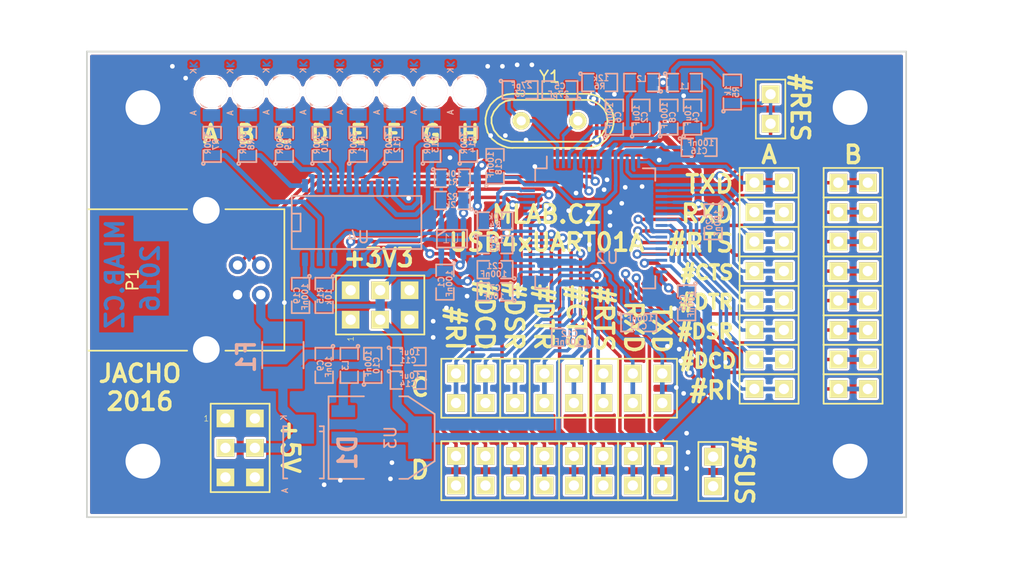
<source format=kicad_pcb>
(kicad_pcb (version 20160815) (host pcbnew "(2016-09-17 revision 679eef1)-makepkg")
  (title_block (title NAME) (date "%d. %m. %Y") (rev REV) (company "Mlab www.mlab.cz") (comment 1 VERSION) (comment 2 "Short description\\nTwo lines are maximum") (comment 3 "nickname <email@example.com>"))
  (layers (0 F.Cu signal) (31 B.Cu signal) (34 B.Paste user) (35 F.Paste user) (36 B.SilkS user) (37 F.SilkS user) (38 B.Mask user) (39 F.Mask user) (44 Edge.Cuts user))
  (net 0 "")
  (net 1 GND)
  (net 2 "Net-(C2-Pad1)")
  (net 3 "Net-(C3-Pad1)")
  (net 4 "Net-(C4-Pad1)")
  (net 5 +3V3)
  (net 6 "Net-(C5-Pad1)")
  (net 7 +1V8)
  (net 8 +5V)
  (net 9 "Net-(C10-Pad1)")
  (net 10 "Net-(D2-Pad2)")
  (net 11 "Net-(D3-Pad2)")
  (net 12 "Net-(D4-Pad2)")
  (net 13 "Net-(D5-Pad2)")
  (net 14 "Net-(D6-Pad2)")
  (net 15 "Net-(D7-Pad2)")
  (net 16 "Net-(D8-Pad2)")
  (net 17 "Net-(D9-Pad2)")
  (net 18 "Net-(F1-Pad1)")
  (net 19 /RES)
  (net 20 /A_TXD)
  (net 21 /A_RXD)
  (net 22 /A_RTS)
  (net 23 /A_CTS)
  (net 24 /A_DTR)
  (net 25 /A_DSR)
  (net 26 /A_DCD)
  (net 27 /A_RI)
  (net 28 /B_TXD)
  (net 29 /B_RXD)
  (net 30 /B_RTS)
  (net 31 /B_CTS)
  (net 32 /B_DTR)
  (net 33 /B_DSR)
  (net 34 /B_DCD)
  (net 35 /B_RI)
  (net 36 /C_TXD)
  (net 37 /C_RXD)
  (net 38 /C_RTS)
  (net 39 /C_CTS)
  (net 40 /C_DTR)
  (net 41 /C_DSR)
  (net 42 /C_DCD)
  (net 43 /C_RI)
  (net 44 /D_TXD)
  (net 45 /D_RXD)
  (net 46 /D_RTS)
  (net 47 /D_CTS)
  (net 48 /D_DTR)
  (net 49 /D_DSR)
  (net 50 /D_DCD)
  (net 51 /D_RI)
  (net 52 /SUSPEND)
  (net 53 "Net-(R1-Pad1)")
  (net 54 /EEDATA)
  (net 55 /EECLK)
  (net 56 /EECS)
  (net 57 "Net-(R6-Pad1)")
  (net 58 /A)
  (net 59 /B)
  (net 60 /C)
  (net 61 /D)
  (net 62 /E)
  (net 63 /F)
  (net 64 /G)
  (net 65 /H)
  (net 66 /#PWREN)
  (net 67 /D+)
  (net 68 /D-)
  (module Connect:USB_B (layer F.Cu) (at 15.24 -19.431 180)
    (fp_text reference P1 (at 11.049 1.27 270) (layer F.SilkS))
    (fp_text value USB_B)
    (pad 2 thru_hole circle (at 0 2.54 90) (size 1.524 1.524) (drill 0.8128) (layers *.Cu *.Mask) (net 68 /D-))
    (pad 1 thru_hole circle (at 0 0 90) (size 1.524 1.524) (drill 0.8128) (layers *.Cu *.Mask) (net 18 "Net-(F1-Pad1)"))
    (pad 4 thru_hole circle (at 1.99898 0 90) (size 1.524 1.524) (drill 0.8128) (layers *.Cu *.Mask) (net 1 GND))
    (pad 3 thru_hole circle (at 1.99898 2.54 90) (size 1.524 1.524) (drill 0.8128) (layers *.Cu *.Mask) (net 67 /D+))
    (pad 5 thru_hole circle (at 4.699 7.26948 90) (size 2.70002 2.70002) (drill 2.30124) (layers *.Cu *.Mask) (net 1 GND))
    (pad 5 thru_hole circle (at 4.699 -4.72948 90) (size 2.70002 2.70002) (drill 2.30124) (layers *.Cu *.Mask) (net 1 GND))
  )
  (module Housings_QFP:LQFP-64_10x10mm_Pitch0.5mm (layer B.Cu) (at 44.069 -25.146 270)
    (fp_text reference U2 (at 2.54 -1.016 360) (layer B.SilkS) (effects (justify mirror)))
    (fp_text value FT4232HL)
    (pad 1 smd rect (at -5.7 3.75 270) (size 1 0.25) (layers B.Cu B.Paste B.Mask) (net 1 GND))
    (pad 2 smd rect (at -5.7 3.25 270) (size 1 0.25) (layers B.Cu B.Paste B.Mask) (net 3 "Net-(C3-Pad1)"))
    (pad 3 smd rect (at -5.7 2.75 270) (size 1 0.25) (layers B.Cu B.Paste B.Mask) (net 6 "Net-(C5-Pad1)"))
    (pad 4 smd rect (at -5.7 2.25 270) (size 1 0.25) (layers B.Cu B.Paste B.Mask) (net 2 "Net-(C2-Pad1)"))
    (pad 5 smd rect (at -5.7 1.75 270) (size 1 0.25) (layers B.Cu B.Paste B.Mask) (net 1 GND))
    (pad 6 smd rect (at -5.7 1.25 270) (size 1 0.25) (layers B.Cu B.Paste B.Mask) (net 57 "Net-(R6-Pad1)"))
    (pad 7 smd rect (at -5.7 0.75 270) (size 1 0.25) (layers B.Cu B.Paste B.Mask) (net 68 /D-))
    (pad 8 smd rect (at -5.7 0.25 270) (size 1 0.25) (layers B.Cu B.Paste B.Mask) (net 67 /D+))
    (pad 9 smd rect (at -5.7 -0.25 270) (size 1 0.25) (layers B.Cu B.Paste B.Mask) (net 4 "Net-(C4-Pad1)"))
    (pad 10 smd rect (at -5.7 -0.75 270) (size 1 0.25) (layers B.Cu B.Paste B.Mask) (net 1 GND))
    (pad 11 smd rect (at -5.7 -1.25 270) (size 1 0.25) (layers B.Cu B.Paste B.Mask) (net 1 GND))
    (pad 12 smd rect (at -5.7 -1.75 270) (size 1 0.25) (layers B.Cu B.Paste B.Mask) (net 7 +1V8))
    (pad 13 smd rect (at -5.7 -2.25 270) (size 1 0.25) (layers B.Cu B.Paste B.Mask) (net 1 GND))
    (pad 14 smd rect (at -5.7 -2.75 270) (size 1 0.25) (layers B.Cu B.Paste B.Mask) (net 19 /RES))
    (pad 15 smd rect (at -5.7 -3.25 270) (size 1 0.25) (layers B.Cu B.Paste B.Mask) (net 1 GND))
    (pad 16 smd rect (at -5.7 -3.75 270) (size 1 0.25) (layers B.Cu B.Paste B.Mask) (net 20 /A_TXD))
    (pad 17 smd rect (at -3.75 -5.7 180) (size 1 0.25) (layers B.Cu B.Paste B.Mask) (net 21 /A_RXD))
    (pad 18 smd rect (at -3.25 -5.7 180) (size 1 0.25) (layers B.Cu B.Paste B.Mask) (net 22 /A_RTS))
    (pad 19 smd rect (at -2.75 -5.7 180) (size 1 0.25) (layers B.Cu B.Paste B.Mask) (net 23 /A_CTS))
    (pad 20 smd rect (at -2.25 -5.7 180) (size 1 0.25) (layers B.Cu B.Paste B.Mask) (net 5 +3V3))
    (pad 21 smd rect (at -1.75 -5.7 180) (size 1 0.25) (layers B.Cu B.Paste B.Mask) (net 24 /A_DTR))
    (pad 22 smd rect (at -1.25 -5.7 180) (size 1 0.25) (layers B.Cu B.Paste B.Mask) (net 25 /A_DSR))
    (pad 23 smd rect (at -0.75 -5.7 180) (size 1 0.25) (layers B.Cu B.Paste B.Mask) (net 26 /A_DCD))
    (pad 24 smd rect (at -0.25 -5.7 180) (size 1 0.25) (layers B.Cu B.Paste B.Mask) (net 27 /A_RI))
    (pad 25 smd rect (at 0.25 -5.7 180) (size 1 0.25) (layers B.Cu B.Paste B.Mask) (net 1 GND))
    (pad 26 smd rect (at 0.75 -5.7 180) (size 1 0.25) (layers B.Cu B.Paste B.Mask) (net 28 /B_TXD))
    (pad 27 smd rect (at 1.25 -5.7 180) (size 1 0.25) (layers B.Cu B.Paste B.Mask) (net 29 /B_RXD))
    (pad 28 smd rect (at 1.75 -5.7 180) (size 1 0.25) (layers B.Cu B.Paste B.Mask) (net 30 /B_RTS))
    (pad 29 smd rect (at 2.25 -5.7 180) (size 1 0.25) (layers B.Cu B.Paste B.Mask) (net 31 /B_CTS))
    (pad 30 smd rect (at 2.75 -5.7 180) (size 1 0.25) (layers B.Cu B.Paste B.Mask) (net 32 /B_DTR))
    (pad 31 smd rect (at 3.25 -5.7 180) (size 1 0.25) (layers B.Cu B.Paste B.Mask) (net 5 +3V3))
    (pad 32 smd rect (at 3.75 -5.7 180) (size 1 0.25) (layers B.Cu B.Paste B.Mask) (net 33 /B_DSR))
    (pad 33 smd rect (at 5.7 -3.75 270) (size 1 0.25) (layers B.Cu B.Paste B.Mask) (net 34 /B_DCD))
    (pad 34 smd rect (at 5.7 -3.25 270) (size 1 0.25) (layers B.Cu B.Paste B.Mask) (net 35 /B_RI))
    (pad 35 smd rect (at 5.7 -2.75 270) (size 1 0.25) (layers B.Cu B.Paste B.Mask) (net 1 GND))
    (pad 36 smd rect (at 5.7 -2.25 270) (size 1 0.25) (layers B.Cu B.Paste B.Mask) (net 52 /SUSPEND))
    (pad 37 smd rect (at 5.7 -1.75 270) (size 1 0.25) (layers B.Cu B.Paste B.Mask) (net 7 +1V8))
    (pad 38 smd rect (at 5.7 -1.25 270) (size 1 0.25) (layers B.Cu B.Paste B.Mask) (net 36 /C_TXD))
    (pad 39 smd rect (at 5.7 -0.75 270) (size 1 0.25) (layers B.Cu B.Paste B.Mask) (net 37 /C_RXD))
    (pad 40 smd rect (at 5.7 -0.25 270) (size 1 0.25) (layers B.Cu B.Paste B.Mask) (net 38 /C_RTS))
    (pad 41 smd rect (at 5.7 0.25 270) (size 1 0.25) (layers B.Cu B.Paste B.Mask) (net 39 /C_CTS))
    (pad 42 smd rect (at 5.7 0.75 270) (size 1 0.25) (layers B.Cu B.Paste B.Mask) (net 5 +3V3))
    (pad 43 smd rect (at 5.7 1.25 270) (size 1 0.25) (layers B.Cu B.Paste B.Mask) (net 40 /C_DTR))
    (pad 44 smd rect (at 5.7 1.75 270) (size 1 0.25) (layers B.Cu B.Paste B.Mask) (net 41 /C_DSR))
    (pad 45 smd rect (at 5.7 2.25 270) (size 1 0.25) (layers B.Cu B.Paste B.Mask) (net 42 /C_DCD))
    (pad 46 smd rect (at 5.7 2.75 270) (size 1 0.25) (layers B.Cu B.Paste B.Mask) (net 43 /C_RI))
    (pad 47 smd rect (at 5.7 3.25 270) (size 1 0.25) (layers B.Cu B.Paste B.Mask) (net 1 GND))
    (pad 48 smd rect (at 5.7 3.75 270) (size 1 0.25) (layers B.Cu B.Paste B.Mask) (net 44 /D_TXD))
    (pad 49 smd rect (at 3.75 5.7 180) (size 1 0.25) (layers B.Cu B.Paste B.Mask) (net 7 +1V8))
    (pad 50 smd rect (at 3.25 5.7 180) (size 1 0.25) (layers B.Cu B.Paste B.Mask) (net 5 +3V3))
    (pad 51 smd rect (at 2.75 5.7 180) (size 1 0.25) (layers B.Cu B.Paste B.Mask) (net 1 GND))
    (pad 52 smd rect (at 2.25 5.7 180) (size 1 0.25) (layers B.Cu B.Paste B.Mask) (net 45 /D_RXD))
    (pad 53 smd rect (at 1.75 5.7 180) (size 1 0.25) (layers B.Cu B.Paste B.Mask) (net 46 /D_RTS))
    (pad 54 smd rect (at 1.25 5.7 180) (size 1 0.25) (layers B.Cu B.Paste B.Mask) (net 47 /D_CTS))
    (pad 55 smd rect (at 0.75 5.7 180) (size 1 0.25) (layers B.Cu B.Paste B.Mask) (net 48 /D_DTR))
    (pad 56 smd rect (at 0.25 5.7 180) (size 1 0.25) (layers B.Cu B.Paste B.Mask) (net 5 +3V3))
    (pad 57 smd rect (at -0.25 5.7 180) (size 1 0.25) (layers B.Cu B.Paste B.Mask) (net 49 /D_DSR))
    (pad 58 smd rect (at -0.75 5.7 180) (size 1 0.25) (layers B.Cu B.Paste B.Mask) (net 50 /D_DCD))
    (pad 59 smd rect (at -1.25 5.7 180) (size 1 0.25) (layers B.Cu B.Paste B.Mask) (net 51 /D_RI))
    (pad 60 smd rect (at -1.75 5.7 180) (size 1 0.25) (layers B.Cu B.Paste B.Mask) (net 66 /#PWREN))
    (pad 61 smd rect (at -2.25 5.7 180) (size 1 0.25) (layers B.Cu B.Paste B.Mask) (net 54 /EEDATA))
    (pad 62 smd rect (at -2.75 5.7 180) (size 1 0.25) (layers B.Cu B.Paste B.Mask) (net 55 /EECLK))
    (pad 63 smd rect (at -3.25 5.7 180) (size 1 0.25) (layers B.Cu B.Paste B.Mask) (net 56 /EECS))
    (pad 64 smd rect (at -3.75 5.7 180) (size 1 0.25) (layers B.Cu B.Paste B.Mask) (net 7 +1V8))
  )
  (module Mlab_R:SMD-0805 (layer B.Cu) (at 54.229 -25.7175 270)
    (fp_text reference C20 (at 0 0.3175 270) (layer B.SilkS) (effects (font (size 0.50038 0.50038) (thickness 0.10922)) (justify mirror)))
    (fp_text value 100nF (at 0.127 -0.381 270) (layer B.SilkS) (effects (font (size 0.50038 0.50038) (thickness 0.10922)) (justify mirror)))
    (pad 2 smd rect (at 0.9525 0 270) (size 0.889 1.397) (layers B.Cu B.Paste B.Mask) (net 1 GND))
    (pad 1 smd rect (at -0.9525 0 270) (size 0.889 1.397) (layers B.Cu B.Paste B.Mask) (net 5 +3V3))
  )
  (module Mlab_Mechanical:MountingHole_3mm (layer F.Cu) (at 66.04 -35.56)
    (fp_text reference M2 hide)
    (fp_text value HOLE hide)
    (pad 1 thru_hole circle (at 0 0) (size 6 6) (drill 3) (layers *.Cu *.Adhes *.Mask) (net 1 GND) (clearance 1))
  )
  (module Mlab_Mechanical:MountingHole_3mm (layer F.Cu) (at 5.08 -35.56)
    (fp_text reference M1 hide)
    (fp_text value HOLE hide)
    (pad 1 thru_hole circle (at 0 0) (size 6 6) (drill 3) (layers *.Cu *.Adhes *.Mask) (net 1 GND) (clearance 1))
  )
  (module Mlab_Mechanical:MountingHole_3mm (layer F.Cu) (at 5.08 -5.08)
    (fp_text reference M4 hide)
    (fp_text value HOLE hide)
    (pad 1 thru_hole circle (at 0 0) (size 6 6) (drill 3) (layers *.Cu *.Adhes *.Mask) (net 1 GND) (clearance 1))
  )
  (module Mlab_Mechanical:MountingHole_3mm (layer F.Cu) (at 66.04 -5.08)
    (fp_text reference M3 hide)
    (fp_text value HOLE hide)
    (pad 1 thru_hole circle (at 0 0) (size 6 6) (drill 3) (layers *.Cu *.Adhes *.Mask) (net 1 GND) (clearance 1))
  )
  (module Mlab_R:SMD-0805 (layer B.Cu) (at 31.115 -20.5105 270)
    (fp_text reference C1 (at 0 0.3175 270) (layer B.SilkS) (effects (font (size 0.50038 0.50038) (thickness 0.10922)) (justify mirror)))
    (fp_text value 100nF (at 0.127 -0.381 270) (layer B.SilkS) (effects (font (size 0.50038 0.50038) (thickness 0.10922)) (justify mirror)))
    (pad 2 smd rect (at 0.9525 0 270) (size 0.889 1.397) (layers B.Cu B.Paste B.Mask) (net 1 GND))
    (pad 1 smd rect (at -0.9525 0 270) (size 0.889 1.397) (layers B.Cu B.Paste B.Mask) (net 5 +3V3))
  )
  (module Mlab_R:SMD-0805 (layer B.Cu) (at 48.006 -34.7345 90)
    (fp_text reference C2 (at 0 0.3175 90) (layer B.SilkS) (effects (font (size 0.50038 0.50038) (thickness 0.10922)) (justify mirror)))
    (fp_text value 10uF (at 0.127 -0.381 90) (layer B.SilkS) (effects (font (size 0.50038 0.50038) (thickness 0.10922)) (justify mirror)))
    (pad 1 smd rect (at -0.9525 0 90) (size 0.889 1.397) (layers B.Cu B.Paste B.Mask) (net 2 "Net-(C2-Pad1)"))
    (pad 2 smd rect (at 0.9525 0 90) (size 0.889 1.397) (layers B.Cu B.Paste B.Mask) (net 1 GND))
  )
  (module Mlab_R:SMD-0805 (layer B.Cu) (at 37.592 -37.084)
    (fp_text reference C3 (at 0 0.3175) (layer B.SilkS) (effects (font (size 0.50038 0.50038) (thickness 0.10922)) (justify mirror)))
    (fp_text value 27pF (at 0.127 -0.381) (layer B.SilkS) (effects (font (size 0.50038 0.50038) (thickness 0.10922)) (justify mirror)))
    (pad 2 smd rect (at 0.9525 0) (size 0.889 1.397) (layers B.Cu B.Paste B.Mask) (net 1 GND))
    (pad 1 smd rect (at -0.9525 0) (size 0.889 1.397) (layers B.Cu B.Paste B.Mask) (net 3 "Net-(C3-Pad1)"))
  )
  (module Mlab_R:SMD-0805 (layer B.Cu) (at 52.451 -34.7345 90)
    (fp_text reference C4 (at 0 0.3175 90) (layer B.SilkS) (effects (font (size 0.50038 0.50038) (thickness 0.10922)) (justify mirror)))
    (fp_text value 10uF (at 0.127 -0.381 90) (layer B.SilkS) (effects (font (size 0.50038 0.50038) (thickness 0.10922)) (justify mirror)))
    (pad 1 smd rect (at -0.9525 0 90) (size 0.889 1.397) (layers B.Cu B.Paste B.Mask) (net 4 "Net-(C4-Pad1)"))
    (pad 2 smd rect (at 0.9525 0 90) (size 0.889 1.397) (layers B.Cu B.Paste B.Mask) (net 1 GND))
  )
  (module Mlab_R:SMD-0805 (layer B.Cu) (at 41.021 -37.084 180)
    (fp_text reference C5 (at 0 0.3175 180) (layer B.SilkS) (effects (font (size 0.50038 0.50038) (thickness 0.10922)) (justify mirror)))
    (fp_text value 27pF (at 0.127 -0.381 180) (layer B.SilkS) (effects (font (size 0.50038 0.50038) (thickness 0.10922)) (justify mirror)))
    (pad 1 smd rect (at -0.9525 0 180) (size 0.889 1.397) (layers B.Cu B.Paste B.Mask) (net 6 "Net-(C5-Pad1)"))
    (pad 2 smd rect (at 0.9525 0 180) (size 0.889 1.397) (layers B.Cu B.Paste B.Mask) (net 1 GND))
  )
  (module Mlab_R:SMD-0805 (layer B.Cu) (at 45.72 -34.7345 90)
    (fp_text reference C6 (at 0 0.3175 90) (layer B.SilkS) (effects (font (size 0.50038 0.50038) (thickness 0.10922)) (justify mirror)))
    (fp_text value 100nF (at 0.127 -0.381 90) (layer B.SilkS) (effects (font (size 0.50038 0.50038) (thickness 0.10922)) (justify mirror)))
    (pad 2 smd rect (at 0.9525 0 90) (size 0.889 1.397) (layers B.Cu B.Paste B.Mask) (net 1 GND))
    (pad 1 smd rect (at -0.9525 0 90) (size 0.889 1.397) (layers B.Cu B.Paste B.Mask) (net 2 "Net-(C2-Pad1)"))
  )
  (module Mlab_R:SMD-0805 (layer B.Cu) (at 35.433 -19.685 180)
    (fp_text reference C7 (at 0 0.3175 180) (layer B.SilkS) (effects (font (size 0.50038 0.50038) (thickness 0.10922)) (justify mirror)))
    (fp_text value 10uF (at 0.127 -0.381 180) (layer B.SilkS) (effects (font (size 0.50038 0.50038) (thickness 0.10922)) (justify mirror)))
    (pad 1 smd rect (at -0.9525 0 180) (size 0.889 1.397) (layers B.Cu B.Paste B.Mask) (net 7 +1V8))
    (pad 2 smd rect (at 0.9525 0 180) (size 0.889 1.397) (layers B.Cu B.Paste B.Mask) (net 1 GND))
  )
  (module Mlab_R:SMD-0805 (layer B.Cu) (at 50.419 -34.7345 90)
    (fp_text reference C8 (at 0 0.3175 90) (layer B.SilkS) (effects (font (size 0.50038 0.50038) (thickness 0.10922)) (justify mirror)))
    (fp_text value 100nF (at 0.127 -0.381 90) (layer B.SilkS) (effects (font (size 0.50038 0.50038) (thickness 0.10922)) (justify mirror)))
    (pad 2 smd rect (at 0.9525 0 90) (size 0.889 1.397) (layers B.Cu B.Paste B.Mask) (net 1 GND))
    (pad 1 smd rect (at -0.9525 0 90) (size 0.889 1.397) (layers B.Cu B.Paste B.Mask) (net 4 "Net-(C4-Pad1)"))
  )
  (module Mlab_R:SMD-0805 (layer B.Cu) (at 20.701 -13.335 270)
    (fp_text reference C9 (at 0 0.3175 270) (layer B.SilkS) (effects (font (size 0.50038 0.50038) (thickness 0.10922)) (justify mirror)))
    (fp_text value 10nF (at 0.127 -0.381 270) (layer B.SilkS) (effects (font (size 0.50038 0.50038) (thickness 0.10922)) (justify mirror)))
    (pad 1 smd rect (at -0.9525 0 270) (size 0.889 1.397) (layers B.Cu B.Paste B.Mask) (net 8 +5V))
    (pad 2 smd rect (at 0.9525 0 270) (size 0.889 1.397) (layers B.Cu B.Paste B.Mask) (net 1 GND))
  )
  (module Mlab_R:SMD-0805 (layer B.Cu) (at 24.892 -13.335 90)
    (fp_text reference C10 (at 0 0.3175 90) (layer B.SilkS) (effects (font (size 0.50038 0.50038) (thickness 0.10922)) (justify mirror)))
    (fp_text value 100nF (at 0.127 -0.381 90) (layer B.SilkS) (effects (font (size 0.50038 0.50038) (thickness 0.10922)) (justify mirror)))
    (pad 2 smd rect (at 0.9525 0 90) (size 0.889 1.397) (layers B.Cu B.Paste B.Mask) (net 1 GND))
    (pad 1 smd rect (at -0.9525 0 90) (size 0.889 1.397) (layers B.Cu B.Paste B.Mask) (net 9 "Net-(C10-Pad1)"))
  )
  (module Mlab_R:SMD-0805 (layer B.Cu) (at 27.94 -14.097)
    (fp_text reference C11 (at 0 0.3175) (layer B.SilkS) (effects (font (size 0.50038 0.50038) (thickness 0.10922)) (justify mirror)))
    (fp_text value 10uF (at 0.127 -0.381) (layer B.SilkS) (effects (font (size 0.50038 0.50038) (thickness 0.10922)) (justify mirror)))
    (pad 2 smd rect (at 0.9525 0) (size 0.889 1.397) (layers B.Cu B.Paste B.Mask) (net 1 GND))
    (pad 1 smd rect (at -0.9525 0) (size 0.889 1.397) (layers B.Cu B.Paste B.Mask) (net 5 +3V3))
  )
  (module Mlab_R:SMD-0805 (layer B.Cu) (at 41.8465 -15.748 180)
    (fp_text reference C12 (at 0 0.3175 180) (layer B.SilkS) (effects (font (size 0.50038 0.50038) (thickness 0.10922)) (justify mirror)))
    (fp_text value 100nF (at 0.127 -0.381 180) (layer B.SilkS) (effects (font (size 0.50038 0.50038) (thickness 0.10922)) (justify mirror)))
    (pad 2 smd rect (at 0.9525 0 180) (size 0.889 1.397) (layers B.Cu B.Paste B.Mask) (net 1 GND))
    (pad 1 smd rect (at -0.9525 0 180) (size 0.889 1.397) (layers B.Cu B.Paste B.Mask) (net 5 +3V3))
  )
  (module Mlab_R:SMD-0805 (layer B.Cu) (at 47.8155 -17.018)
    (fp_text reference C13 (at 0 0.3175) (layer B.SilkS) (effects (font (size 0.50038 0.50038) (thickness 0.10922)) (justify mirror)))
    (fp_text value 100nF (at 0.127 -0.381) (layer B.SilkS) (effects (font (size 0.50038 0.50038) (thickness 0.10922)) (justify mirror)))
    (pad 2 smd rect (at 0.9525 0) (size 0.889 1.397) (layers B.Cu B.Paste B.Mask) (net 1 GND))
    (pad 1 smd rect (at -0.9525 0) (size 0.889 1.397) (layers B.Cu B.Paste B.Mask) (net 7 +1V8))
  )
  (module Mlab_R:SMD-0805 (layer B.Cu) (at 27.94 -12.065)
    (fp_text reference C14 (at 0 0.3175) (layer B.SilkS) (effects (font (size 0.50038 0.50038) (thickness 0.10922)) (justify mirror)))
    (fp_text value 10uF (at 0.127 -0.381) (layer B.SilkS) (effects (font (size 0.50038 0.50038) (thickness 0.10922)) (justify mirror)))
    (pad 1 smd rect (at -0.9525 0) (size 0.889 1.397) (layers B.Cu B.Paste B.Mask) (net 5 +3V3))
    (pad 2 smd rect (at 0.9525 0) (size 0.889 1.397) (layers B.Cu B.Paste B.Mask) (net 1 GND))
  )
  (module Mlab_R:SMD-0805 (layer B.Cu) (at 51.943 -18.7325 270)
    (fp_text reference C15 (at 0 0.3175 270) (layer B.SilkS) (effects (font (size 0.50038 0.50038) (thickness 0.10922)) (justify mirror)))
    (fp_text value 100nF (at 0.127 -0.381 270) (layer B.SilkS) (effects (font (size 0.50038 0.50038) (thickness 0.10922)) (justify mirror)))
    (pad 1 smd rect (at -0.9525 0 270) (size 0.889 1.397) (layers B.Cu B.Paste B.Mask) (net 5 +3V3))
    (pad 2 smd rect (at 0.9525 0 270) (size 0.889 1.397) (layers B.Cu B.Paste B.Mask) (net 1 GND))
  )
  (module Mlab_R:SMD-0805 (layer B.Cu) (at 53.0225 -32.131)
    (fp_text reference C16 (at 0 0.3175) (layer B.SilkS) (effects (font (size 0.50038 0.50038) (thickness 0.10922)) (justify mirror)))
    (fp_text value 100nF (at 0.127 -0.381) (layer B.SilkS) (effects (font (size 0.50038 0.50038) (thickness 0.10922)) (justify mirror)))
    (pad 1 smd rect (at -0.9525 0) (size 0.889 1.397) (layers B.Cu B.Paste B.Mask) (net 7 +1V8))
    (pad 2 smd rect (at 0.9525 0) (size 0.889 1.397) (layers B.Cu B.Paste B.Mask) (net 1 GND))
  )
  (module Mlab_R:SMD-0805 (layer B.Cu) (at 35.433 -30.48 90)
    (fp_text reference C18 (at 0 0.3175 90) (layer B.SilkS) (effects (font (size 0.50038 0.50038) (thickness 0.10922)) (justify mirror)))
    (fp_text value 100nF (at 0.127 -0.381 90) (layer B.SilkS) (effects (font (size 0.50038 0.50038) (thickness 0.10922)) (justify mirror)))
    (pad 2 smd rect (at 0.9525 0 90) (size 0.889 1.397) (layers B.Cu B.Paste B.Mask) (net 1 GND))
    (pad 1 smd rect (at -0.9525 0 90) (size 0.889 1.397) (layers B.Cu B.Paste B.Mask) (net 7 +1V8))
  )
  (module Mlab_R:SMD-0805 (layer B.Cu) (at 18.669 -19.3675 270)
    (fp_text reference C19 (at 0 0.3175 270) (layer B.SilkS) (effects (font (size 0.50038 0.50038) (thickness 0.10922)) (justify mirror)))
    (fp_text value 100nF (at 0.127 -0.381 270) (layer B.SilkS) (effects (font (size 0.50038 0.50038) (thickness 0.10922)) (justify mirror)))
    (pad 2 smd rect (at 0.9525 0 270) (size 0.889 1.397) (layers B.Cu B.Paste B.Mask) (net 1 GND))
    (pad 1 smd rect (at -0.9525 0 270) (size 0.889 1.397) (layers B.Cu B.Paste B.Mask) (net 5 +3V3))
  )
  (module Mlab_D:Diode-SMA_Standard (layer B.Cu) (at 18.923 -5.842 90)
    (fp_text reference D1 (at 0 3.81 90) (layer B.SilkS) (effects (font (thickness 0.3048)) (justify mirror)))
    (fp_text value M4 hide)
    (fp_text user A (at -3.29946 -1.6002 90) (layer B.SilkS) (effects (font (size 0.50038 0.50038) (thickness 0.09906)) (justify mirror)))
    (fp_text user K (at 2.99974 -1.69926 90) (layer B.SilkS) (effects (font (size 0.50038 0.50038) (thickness 0.09906)) (justify mirror)))
    (pad 1 smd rect (at 1.99898 0 90) (size 2.49936 1.80086) (layers B.Cu B.Paste B.Mask) (net 8 +5V))
    (pad 2 smd rect (at -1.99898 0 90) (size 2.49936 1.80086) (layers B.Cu B.Paste B.Mask) (net 1 GND))
  )
  (module Mlab_D:LED_1206 (layer B.Cu) (at 10.9855 -36.8935 90)
    (fp_text reference D2 (at 0 0 90) (layer B.SilkS) (effects (font (thickness 0.3048)) (justify mirror)))
    (fp_text value RED hide)
    (fp_text user K (at 1.80086 -1.5494 90) (layer B.SilkS) (effects (font (size 0.50038 0.50038) (thickness 0.09906)) (justify mirror)))
    (fp_text user A (at -1.80086 -1.5494 90) (layer B.SilkS) (effects (font (size 0.50038 0.50038) (thickness 0.09906)) (justify mirror)))
    (fp_line (start 2.2225 -1.24968) (end 2.21742 -1.81864) (layer B.Cu) (width 0.15))
    (fp_line (start 2.25298 -1.52146) (end 2.5273 -1.24968) (layer B.Cu) (width 0.15))
    (fp_line (start 2.21488 -1.50622) (end 2.53492 -1.81102) (layer B.Cu) (width 0.15))
    (pad 2 smd rect (at -2 0 90) (size 1.05 1.5) (layers B.Cu B.Paste B.Mask) (net 10 "Net-(D2-Pad2)"))
    (pad 1 smd rect (at 2 0 90) (size 1.05 1.5) (layers B.Cu B.Paste B.Mask) (net 1 GND))
    (pad "" np_thru_hole circle (at 0 0 90) (size 2.7 2.7) (drill 2.7) (layers *.Cu *.Mask B.SilkS))
  )
  (module Mlab_D:LED_1206 (layer B.Cu) (at 14.1605 -36.8935 90)
    (fp_text reference D3 (at 0 0 90) (layer B.SilkS) (effects (font (thickness 0.3048)) (justify mirror)))
    (fp_text value RED hide)
    (fp_line (start 2.21488 -1.50622) (end 2.53492 -1.81102) (layer B.Cu) (width 0.15))
    (fp_line (start 2.25298 -1.52146) (end 2.5273 -1.24968) (layer B.Cu) (width 0.15))
    (fp_line (start 2.2225 -1.24968) (end 2.21742 -1.81864) (layer B.Cu) (width 0.15))
    (fp_text user A (at -1.80086 -1.5494 90) (layer B.SilkS) (effects (font (size 0.50038 0.50038) (thickness 0.09906)) (justify mirror)))
    (fp_text user K (at 1.80086 -1.5494 90) (layer B.SilkS) (effects (font (size 0.50038 0.50038) (thickness 0.09906)) (justify mirror)))
    (pad "" np_thru_hole circle (at 0 0 90) (size 2.7 2.7) (drill 2.7) (layers *.Cu *.Mask B.SilkS))
    (pad 1 smd rect (at 2 0 90) (size 1.05 1.5) (layers B.Cu B.Paste B.Mask) (net 1 GND))
    (pad 2 smd rect (at -2 0 90) (size 1.05 1.5) (layers B.Cu B.Paste B.Mask) (net 11 "Net-(D3-Pad2)"))
  )
  (module Mlab_D:LED_1206 (layer B.Cu) (at 17.272 -36.957 90)
    (fp_text reference D4 (at 0 0 90) (layer B.SilkS) (effects (font (thickness 0.3048)) (justify mirror)))
    (fp_text value RED hide)
    (fp_text user K (at 1.80086 -1.5494 90) (layer B.SilkS) (effects (font (size 0.50038 0.50038) (thickness 0.09906)) (justify mirror)))
    (fp_text user A (at -1.80086 -1.5494 90) (layer B.SilkS) (effects (font (size 0.50038 0.50038) (thickness 0.09906)) (justify mirror)))
    (fp_line (start 2.2225 -1.24968) (end 2.21742 -1.81864) (layer B.Cu) (width 0.15))
    (fp_line (start 2.25298 -1.52146) (end 2.5273 -1.24968) (layer B.Cu) (width 0.15))
    (fp_line (start 2.21488 -1.50622) (end 2.53492 -1.81102) (layer B.Cu) (width 0.15))
    (pad 2 smd rect (at -2 0 90) (size 1.05 1.5) (layers B.Cu B.Paste B.Mask) (net 12 "Net-(D4-Pad2)"))
    (pad 1 smd rect (at 2 0 90) (size 1.05 1.5) (layers B.Cu B.Paste B.Mask) (net 1 GND))
    (pad "" np_thru_hole circle (at 0 0 90) (size 2.7 2.7) (drill 2.7) (layers *.Cu *.Mask B.SilkS))
  )
  (module Mlab_D:LED_1206 (layer B.Cu) (at 20.447 -36.957 90)
    (fp_text reference D5 (at 0 0 90) (layer B.SilkS) (effects (font (thickness 0.3048)) (justify mirror)))
    (fp_text value RED hide)
    (fp_line (start 2.21488 -1.50622) (end 2.53492 -1.81102) (layer B.Cu) (width 0.15))
    (fp_line (start 2.25298 -1.52146) (end 2.5273 -1.24968) (layer B.Cu) (width 0.15))
    (fp_line (start 2.2225 -1.24968) (end 2.21742 -1.81864) (layer B.Cu) (width 0.15))
    (fp_text user A (at -1.80086 -1.5494 90) (layer B.SilkS) (effects (font (size 0.50038 0.50038) (thickness 0.09906)) (justify mirror)))
    (fp_text user K (at 1.80086 -1.5494 90) (layer B.SilkS) (effects (font (size 0.50038 0.50038) (thickness 0.09906)) (justify mirror)))
    (pad "" np_thru_hole circle (at 0 0 90) (size 2.7 2.7) (drill 2.7) (layers *.Cu *.Mask B.SilkS))
    (pad 1 smd rect (at 2 0 90) (size 1.05 1.5) (layers B.Cu B.Paste B.Mask) (net 1 GND))
    (pad 2 smd rect (at -2 0 90) (size 1.05 1.5) (layers B.Cu B.Paste B.Mask) (net 13 "Net-(D5-Pad2)"))
  )
  (module Mlab_D:LED_1206 (layer B.Cu) (at 23.622 -36.957 90)
    (fp_text reference D6 (at 0 0 90) (layer B.SilkS) (effects (font (thickness 0.3048)) (justify mirror)))
    (fp_text value RED hide)
    (fp_text user K (at 1.80086 -1.5494 90) (layer B.SilkS) (effects (font (size 0.50038 0.50038) (thickness 0.09906)) (justify mirror)))
    (fp_text user A (at -1.80086 -1.5494 90) (layer B.SilkS) (effects (font (size 0.50038 0.50038) (thickness 0.09906)) (justify mirror)))
    (fp_line (start 2.2225 -1.24968) (end 2.21742 -1.81864) (layer B.Cu) (width 0.15))
    (fp_line (start 2.25298 -1.52146) (end 2.5273 -1.24968) (layer B.Cu) (width 0.15))
    (fp_line (start 2.21488 -1.50622) (end 2.53492 -1.81102) (layer B.Cu) (width 0.15))
    (pad 2 smd rect (at -2 0 90) (size 1.05 1.5) (layers B.Cu B.Paste B.Mask) (net 14 "Net-(D6-Pad2)"))
    (pad 1 smd rect (at 2 0 90) (size 1.05 1.5) (layers B.Cu B.Paste B.Mask) (net 1 GND))
    (pad "" np_thru_hole circle (at 0 0 90) (size 2.7 2.7) (drill 2.7) (layers *.Cu *.Mask B.SilkS))
  )
  (module Mlab_D:LED_1206 (layer B.Cu) (at 26.797 -36.957 90)
    (fp_text reference D7 (at 0 0 90) (layer B.SilkS) (effects (font (thickness 0.3048)) (justify mirror)))
    (fp_text value RED hide)
    (fp_line (start 2.21488 -1.50622) (end 2.53492 -1.81102) (layer B.Cu) (width 0.15))
    (fp_line (start 2.25298 -1.52146) (end 2.5273 -1.24968) (layer B.Cu) (width 0.15))
    (fp_line (start 2.2225 -1.24968) (end 2.21742 -1.81864) (layer B.Cu) (width 0.15))
    (fp_text user A (at -1.80086 -1.5494 90) (layer B.SilkS) (effects (font (size 0.50038 0.50038) (thickness 0.09906)) (justify mirror)))
    (fp_text user K (at 1.80086 -1.5494 90) (layer B.SilkS) (effects (font (size 0.50038 0.50038) (thickness 0.09906)) (justify mirror)))
    (pad "" np_thru_hole circle (at 0 0 90) (size 2.7 2.7) (drill 2.7) (layers *.Cu *.Mask B.SilkS))
    (pad 1 smd rect (at 2 0 90) (size 1.05 1.5) (layers B.Cu B.Paste B.Mask) (net 1 GND))
    (pad 2 smd rect (at -2 0 90) (size 1.05 1.5) (layers B.Cu B.Paste B.Mask) (net 15 "Net-(D7-Pad2)"))
  )
  (module Mlab_D:LED_1206 (layer B.Cu) (at 29.972 -36.957 90)
    (fp_text reference D8 (at 0 0 90) (layer B.SilkS) (effects (font (thickness 0.3048)) (justify mirror)))
    (fp_text value RED hide)
    (fp_line (start 2.21488 -1.50622) (end 2.53492 -1.81102) (layer B.Cu) (width 0.15))
    (fp_line (start 2.25298 -1.52146) (end 2.5273 -1.24968) (layer B.Cu) (width 0.15))
    (fp_line (start 2.2225 -1.24968) (end 2.21742 -1.81864) (layer B.Cu) (width 0.15))
    (fp_text user A (at -1.80086 -1.5494 90) (layer B.SilkS) (effects (font (size 0.50038 0.50038) (thickness 0.09906)) (justify mirror)))
    (fp_text user K (at 1.80086 -1.5494 90) (layer B.SilkS) (effects (font (size 0.50038 0.50038) (thickness 0.09906)) (justify mirror)))
    (pad "" np_thru_hole circle (at 0 0 90) (size 2.7 2.7) (drill 2.7) (layers *.Cu *.Mask B.SilkS))
    (pad 1 smd rect (at 2 0 90) (size 1.05 1.5) (layers B.Cu B.Paste B.Mask) (net 1 GND))
    (pad 2 smd rect (at -2 0 90) (size 1.05 1.5) (layers B.Cu B.Paste B.Mask) (net 16 "Net-(D8-Pad2)"))
  )
  (module Mlab_D:LED_1206 (layer B.Cu) (at 33.147 -36.957 90)
    (fp_text reference D9 (at 0 0 90) (layer B.SilkS) (effects (font (thickness 0.3048)) (justify mirror)))
    (fp_text value RED hide)
    (fp_text user K (at 1.80086 -1.5494 90) (layer B.SilkS) (effects (font (size 0.50038 0.50038) (thickness 0.09906)) (justify mirror)))
    (fp_text user A (at -1.80086 -1.5494 90) (layer B.SilkS) (effects (font (size 0.50038 0.50038) (thickness 0.09906)) (justify mirror)))
    (fp_line (start 2.2225 -1.24968) (end 2.21742 -1.81864) (layer B.Cu) (width 0.15))
    (fp_line (start 2.25298 -1.52146) (end 2.5273 -1.24968) (layer B.Cu) (width 0.15))
    (fp_line (start 2.21488 -1.50622) (end 2.53492 -1.81102) (layer B.Cu) (width 0.15))
    (pad 2 smd rect (at -2 0 90) (size 1.05 1.5) (layers B.Cu B.Paste B.Mask) (net 17 "Net-(D9-Pad2)"))
    (pad 1 smd rect (at 2 0 90) (size 1.05 1.5) (layers B.Cu B.Paste B.Mask) (net 1 GND))
    (pad "" np_thru_hole circle (at 0 0 90) (size 2.7 2.7) (drill 2.7) (layers *.Cu *.Mask B.SilkS))
  )
  (module Mlab_F:1812 (layer B.Cu) (at 17.145 -14.224 270)
    (fp_text reference F1 (at 0.13462 3.15468 270) (layer B.SilkS) (effects (font (thickness 0.3048)) (justify mirror)))
    (fp_text value 750mA hide)
    (pad 2 smd rect (at 1.95 0 270) (size 1.9 3.4) (layers B.Cu B.Paste B.Mask) (net 8 +5V))
    (pad 1 smd rect (at -1.95 0 270) (size 1.9 3.4) (layers B.Cu B.Paste B.Mask) (net 18 "Net-(F1-Pad1)"))
  )
  (module Mlab_Pin_Headers:Straight_1x02 (layer F.Cu) (at 59.182 -35.433)
    (fp_text reference J1 hide)
    (fp_text value JUMP_2x1 hide)
    (pad 1 thru_hole rect (at 0 -1.27) (size 1.524 1.524) (drill 0.889) (layers *.Cu *.Mask F.SilkS) (net 19 /RES))
    (pad 2 thru_hole rect (at 0 1.27) (size 1.524 1.524) (drill 0.889) (layers *.Cu *.Mask F.SilkS) (net 19 /RES))
  )
  (module Mlab_Pin_Headers:Straight_1x02 (layer F.Cu) (at 59.055 -29.083 90)
    (fp_text reference J2 hide)
    (fp_text value JUMP_2x1 hide)
    (pad 1 thru_hole rect (at 0 -1.27 90) (size 1.524 1.524) (drill 0.889) (layers *.Cu *.Mask F.SilkS) (net 20 /A_TXD))
    (pad 2 thru_hole rect (at 0 1.27 90) (size 1.524 1.524) (drill 0.889) (layers *.Cu *.Mask F.SilkS) (net 20 /A_TXD))
  )
  (module Mlab_Pin_Headers:Straight_1x02 (layer F.Cu) (at 59.055 -26.543 90)
    (fp_text reference J3 hide)
    (fp_text value JUMP_2x1 hide)
    (pad 2 thru_hole rect (at 0 1.27 90) (size 1.524 1.524) (drill 0.889) (layers *.Cu *.Mask F.SilkS) (net 21 /A_RXD))
    (pad 1 thru_hole rect (at 0 -1.27 90) (size 1.524 1.524) (drill 0.889) (layers *.Cu *.Mask F.SilkS) (net 21 /A_RXD))
  )
  (module Mlab_Pin_Headers:Straight_1x02 (layer F.Cu) (at 59.055 -24.003 90)
    (fp_text reference J4 hide)
    (fp_text value JUMP_2x1 hide)
    (pad 1 thru_hole rect (at 0 -1.27 90) (size 1.524 1.524) (drill 0.889) (layers *.Cu *.Mask F.SilkS) (net 22 /A_RTS))
    (pad 2 thru_hole rect (at 0 1.27 90) (size 1.524 1.524) (drill 0.889) (layers *.Cu *.Mask F.SilkS) (net 22 /A_RTS))
  )
  (module Mlab_Pin_Headers:Straight_1x02 (layer F.Cu) (at 59.055 -21.463 90)
    (fp_text reference J5 hide)
    (fp_text value JUMP_2x1 hide)
    (pad 2 thru_hole rect (at 0 1.27 90) (size 1.524 1.524) (drill 0.889) (layers *.Cu *.Mask F.SilkS) (net 23 /A_CTS))
    (pad 1 thru_hole rect (at 0 -1.27 90) (size 1.524 1.524) (drill 0.889) (layers *.Cu *.Mask F.SilkS) (net 23 /A_CTS))
  )
  (module Mlab_Pin_Headers:Straight_1x02 (layer F.Cu) (at 59.055 -18.923 90)
    (fp_text reference J6 hide)
    (fp_text value JUMP_2x1 hide)
    (pad 2 thru_hole rect (at 0 1.27 90) (size 1.524 1.524) (drill 0.889) (layers *.Cu *.Mask F.SilkS) (net 24 /A_DTR))
    (pad 1 thru_hole rect (at 0 -1.27 90) (size 1.524 1.524) (drill 0.889) (layers *.Cu *.Mask F.SilkS) (net 24 /A_DTR))
  )
  (module Mlab_Pin_Headers:Straight_1x02 (layer F.Cu) (at 59.055 -16.383 90)
    (fp_text reference J7 hide)
    (fp_text value JUMP_2x1 hide)
    (pad 1 thru_hole rect (at 0 -1.27 90) (size 1.524 1.524) (drill 0.889) (layers *.Cu *.Mask F.SilkS) (net 25 /A_DSR))
    (pad 2 thru_hole rect (at 0 1.27 90) (size 1.524 1.524) (drill 0.889) (layers *.Cu *.Mask F.SilkS) (net 25 /A_DSR))
  )
  (module Mlab_Pin_Headers:Straight_1x02 (layer F.Cu) (at 59.055 -13.843 90)
    (fp_text reference J8 hide)
    (fp_text value JUMP_2x1 hide)
    (pad 1 thru_hole rect (at 0 -1.27 90) (size 1.524 1.524) (drill 0.889) (layers *.Cu *.Mask F.SilkS) (net 26 /A_DCD))
    (pad 2 thru_hole rect (at 0 1.27 90) (size 1.524 1.524) (drill 0.889) (layers *.Cu *.Mask F.SilkS) (net 26 /A_DCD))
  )
  (module Mlab_Pin_Headers:Straight_1x02 (layer F.Cu) (at 59.055 -11.303 90)
    (fp_text reference J9 hide)
    (fp_text value JUMP_2x1 hide)
    (pad 2 thru_hole rect (at 0 1.27 90) (size 1.524 1.524) (drill 0.889) (layers *.Cu *.Mask F.SilkS) (net 27 /A_RI))
    (pad 1 thru_hole rect (at 0 -1.27 90) (size 1.524 1.524) (drill 0.889) (layers *.Cu *.Mask F.SilkS) (net 27 /A_RI))
  )
  (module Mlab_Pin_Headers:Straight_1x02 (layer F.Cu) (at 66.294 -29.083 90)
    (fp_text reference J10 hide)
    (fp_text value JUMP_2x1 hide)
    (pad 1 thru_hole rect (at 0 -1.27 90) (size 1.524 1.524) (drill 0.889) (layers *.Cu *.Mask F.SilkS) (net 28 /B_TXD))
    (pad 2 thru_hole rect (at 0 1.27 90) (size 1.524 1.524) (drill 0.889) (layers *.Cu *.Mask F.SilkS) (net 28 /B_TXD))
  )
  (module Mlab_Pin_Headers:Straight_1x02 (layer F.Cu) (at 66.294 -26.543 90)
    (fp_text reference J11 hide)
    (fp_text value JUMP_2x1 hide)
    (pad 1 thru_hole rect (at 0 -1.27 90) (size 1.524 1.524) (drill 0.889) (layers *.Cu *.Mask F.SilkS) (net 29 /B_RXD))
    (pad 2 thru_hole rect (at 0 1.27 90) (size 1.524 1.524) (drill 0.889) (layers *.Cu *.Mask F.SilkS) (net 29 /B_RXD))
  )
  (module Mlab_Pin_Headers:Straight_1x02 (layer F.Cu) (at 66.294 -24.003 90)
    (fp_text reference J12 hide)
    (fp_text value JUMP_2x1 hide)
    (pad 2 thru_hole rect (at 0 1.27 90) (size 1.524 1.524) (drill 0.889) (layers *.Cu *.Mask F.SilkS) (net 30 /B_RTS))
    (pad 1 thru_hole rect (at 0 -1.27 90) (size 1.524 1.524) (drill 0.889) (layers *.Cu *.Mask F.SilkS) (net 30 /B_RTS))
  )
  (module Mlab_Pin_Headers:Straight_1x02 (layer F.Cu) (at 66.294 -21.463 90)
    (fp_text reference J13 hide)
    (fp_text value JUMP_2x1 hide)
    (pad 1 thru_hole rect (at 0 -1.27 90) (size 1.524 1.524) (drill 0.889) (layers *.Cu *.Mask F.SilkS) (net 31 /B_CTS))
    (pad 2 thru_hole rect (at 0 1.27 90) (size 1.524 1.524) (drill 0.889) (layers *.Cu *.Mask F.SilkS) (net 31 /B_CTS))
  )
  (module Mlab_Pin_Headers:Straight_1x02 (layer F.Cu) (at 66.294 -18.923 90)
    (fp_text reference J14 hide)
    (fp_text value JUMP_2x1 hide)
    (pad 2 thru_hole rect (at 0 1.27 90) (size 1.524 1.524) (drill 0.889) (layers *.Cu *.Mask F.SilkS) (net 32 /B_DTR))
    (pad 1 thru_hole rect (at 0 -1.27 90) (size 1.524 1.524) (drill 0.889) (layers *.Cu *.Mask F.SilkS) (net 32 /B_DTR))
  )
  (module Mlab_Pin_Headers:Straight_1x02 (layer F.Cu) (at 66.294 -16.383 90)
    (fp_text reference J15 hide)
    (fp_text value JUMP_2x1 hide)
    (pad 1 thru_hole rect (at 0 -1.27 90) (size 1.524 1.524) (drill 0.889) (layers *.Cu *.Mask F.SilkS) (net 33 /B_DSR))
    (pad 2 thru_hole rect (at 0 1.27 90) (size 1.524 1.524) (drill 0.889) (layers *.Cu *.Mask F.SilkS) (net 33 /B_DSR))
  )
  (module Mlab_Pin_Headers:Straight_1x02 (layer F.Cu) (at 66.294 -13.843 90)
    (fp_text reference J16 hide)
    (fp_text value JUMP_2x1 hide)
    (pad 2 thru_hole rect (at 0 1.27 90) (size 1.524 1.524) (drill 0.889) (layers *.Cu *.Mask F.SilkS) (net 34 /B_DCD))
    (pad 1 thru_hole rect (at 0 -1.27 90) (size 1.524 1.524) (drill 0.889) (layers *.Cu *.Mask F.SilkS) (net 34 /B_DCD))
  )
  (module Mlab_Pin_Headers:Straight_1x02 (layer F.Cu) (at 66.294 -11.303 90)
    (fp_text reference J17 hide)
    (fp_text value JUMP_2x1 hide)
    (pad 2 thru_hole rect (at 0 1.27 90) (size 1.524 1.524) (drill 0.889) (layers *.Cu *.Mask F.SilkS) (net 35 /B_RI))
    (pad 1 thru_hole rect (at 0 -1.27 90) (size 1.524 1.524) (drill 0.889) (layers *.Cu *.Mask F.SilkS) (net 35 /B_RI))
  )
  (module Mlab_Pin_Headers:Straight_1x02 (layer F.Cu) (at 49.8475 -11.3665)
    (fp_text reference J18 hide)
    (fp_text value JUMP_2x1 hide)
    (pad 1 thru_hole rect (at 0 -1.27) (size 1.524 1.524) (drill 0.889) (layers *.Cu *.Mask F.SilkS) (net 36 /C_TXD))
    (pad 2 thru_hole rect (at 0 1.27) (size 1.524 1.524) (drill 0.889) (layers *.Cu *.Mask F.SilkS) (net 36 /C_TXD))
  )
  (module Mlab_Pin_Headers:Straight_1x02 (layer F.Cu) (at 47.3075 -11.3665)
    (fp_text reference J19 hide)
    (fp_text value JUMP_2x1 hide)
    (pad 2 thru_hole rect (at 0 1.27) (size 1.524 1.524) (drill 0.889) (layers *.Cu *.Mask F.SilkS) (net 37 /C_RXD))
    (pad 1 thru_hole rect (at 0 -1.27) (size 1.524 1.524) (drill 0.889) (layers *.Cu *.Mask F.SilkS) (net 37 /C_RXD))
  )
  (module Mlab_Pin_Headers:Straight_1x02 (layer F.Cu) (at 44.7675 -11.3665)
    (fp_text reference J20 hide)
    (fp_text value JUMP_2x1 hide)
    (pad 1 thru_hole rect (at 0 -1.27) (size 1.524 1.524) (drill 0.889) (layers *.Cu *.Mask F.SilkS) (net 38 /C_RTS))
    (pad 2 thru_hole rect (at 0 1.27) (size 1.524 1.524) (drill 0.889) (layers *.Cu *.Mask F.SilkS) (net 38 /C_RTS))
  )
  (module Mlab_Pin_Headers:Straight_1x02 (layer F.Cu) (at 42.2275 -11.3665)
    (fp_text reference J21 hide)
    (fp_text value JUMP_2x1 hide)
    (pad 2 thru_hole rect (at 0 1.27) (size 1.524 1.524) (drill 0.889) (layers *.Cu *.Mask F.SilkS) (net 39 /C_CTS))
    (pad 1 thru_hole rect (at 0 -1.27) (size 1.524 1.524) (drill 0.889) (layers *.Cu *.Mask F.SilkS) (net 39 /C_CTS))
  )
  (module Mlab_Pin_Headers:Straight_1x02 (layer F.Cu) (at 39.6875 -11.3665)
    (fp_text reference J22 hide)
    (fp_text value JUMP_2x1 hide)
    (pad 1 thru_hole rect (at 0 -1.27) (size 1.524 1.524) (drill 0.889) (layers *.Cu *.Mask F.SilkS) (net 40 /C_DTR))
    (pad 2 thru_hole rect (at 0 1.27) (size 1.524 1.524) (drill 0.889) (layers *.Cu *.Mask F.SilkS) (net 40 /C_DTR))
  )
  (module Mlab_Pin_Headers:Straight_1x02 (layer F.Cu) (at 37.1475 -11.3665)
    (fp_text reference J23 hide)
    (fp_text value JUMP_2x1 hide)
    (pad 2 thru_hole rect (at 0 1.27) (size 1.524 1.524) (drill 0.889) (layers *.Cu *.Mask F.SilkS) (net 41 /C_DSR))
    (pad 1 thru_hole rect (at 0 -1.27) (size 1.524 1.524) (drill 0.889) (layers *.Cu *.Mask F.SilkS) (net 41 /C_DSR))
  )
  (module Mlab_Pin_Headers:Straight_1x02 (layer F.Cu) (at 34.6075 -11.3665)
    (fp_text reference J24 hide)
    (fp_text value JUMP_2x1 hide)
    (pad 1 thru_hole rect (at 0 -1.27) (size 1.524 1.524) (drill 0.889) (layers *.Cu *.Mask F.SilkS) (net 42 /C_DCD))
    (pad 2 thru_hole rect (at 0 1.27) (size 1.524 1.524) (drill 0.889) (layers *.Cu *.Mask F.SilkS) (net 42 /C_DCD))
  )
  (module Mlab_Pin_Headers:Straight_1x02 (layer F.Cu) (at 32.0675 -11.3665)
    (fp_text reference J25 hide)
    (fp_text value JUMP_2x1 hide)
    (pad 2 thru_hole rect (at 0 1.27) (size 1.524 1.524) (drill 0.889) (layers *.Cu *.Mask F.SilkS) (net 43 /C_RI))
    (pad 1 thru_hole rect (at 0 -1.27) (size 1.524 1.524) (drill 0.889) (layers *.Cu *.Mask F.SilkS) (net 43 /C_RI))
  )
  (module Mlab_Pin_Headers:Straight_1x02 (layer F.Cu) (at 49.8475 -4.2545)
    (fp_text reference J26 hide)
    (fp_text value JUMP_2x1 hide)
    (pad 1 thru_hole rect (at 0 -1.27) (size 1.524 1.524) (drill 0.889) (layers *.Cu *.Mask F.SilkS) (net 44 /D_TXD))
    (pad 2 thru_hole rect (at 0 1.27) (size 1.524 1.524) (drill 0.889) (layers *.Cu *.Mask F.SilkS) (net 44 /D_TXD))
  )
  (module Mlab_Pin_Headers:Straight_1x02 (layer F.Cu) (at 47.3075 -4.2545)
    (fp_text reference J27 hide)
    (fp_text value JUMP_2x1 hide)
    (pad 2 thru_hole rect (at 0 1.27) (size 1.524 1.524) (drill 0.889) (layers *.Cu *.Mask F.SilkS) (net 45 /D_RXD))
    (pad 1 thru_hole rect (at 0 -1.27) (size 1.524 1.524) (drill 0.889) (layers *.Cu *.Mask F.SilkS) (net 45 /D_RXD))
  )
  (module Mlab_Pin_Headers:Straight_1x02 (layer F.Cu) (at 44.7675 -4.2545)
    (fp_text reference J28 hide)
    (fp_text value JUMP_2x1 hide)
    (pad 1 thru_hole rect (at 0 -1.27) (size 1.524 1.524) (drill 0.889) (layers *.Cu *.Mask F.SilkS) (net 46 /D_RTS))
    (pad 2 thru_hole rect (at 0 1.27) (size 1.524 1.524) (drill 0.889) (layers *.Cu *.Mask F.SilkS) (net 46 /D_RTS))
  )
  (module Mlab_Pin_Headers:Straight_1x02 (layer F.Cu) (at 42.2275 -4.2545)
    (fp_text reference J29 hide)
    (fp_text value JUMP_2x1 hide)
    (pad 1 thru_hole rect (at 0 -1.27) (size 1.524 1.524) (drill 0.889) (layers *.Cu *.Mask F.SilkS) (net 47 /D_CTS))
    (pad 2 thru_hole rect (at 0 1.27) (size 1.524 1.524) (drill 0.889) (layers *.Cu *.Mask F.SilkS) (net 47 /D_CTS))
  )
  (module Mlab_Pin_Headers:Straight_1x02 (layer F.Cu) (at 39.6875 -4.2545)
    (fp_text reference J30 hide)
    (fp_text value JUMP_2x1 hide)
    (pad 1 thru_hole rect (at 0 -1.27) (size 1.524 1.524) (drill 0.889) (layers *.Cu *.Mask F.SilkS) (net 48 /D_DTR))
    (pad 2 thru_hole rect (at 0 1.27) (size 1.524 1.524) (drill 0.889) (layers *.Cu *.Mask F.SilkS) (net 48 /D_DTR))
  )
  (module Mlab_Pin_Headers:Straight_1x02 (layer F.Cu) (at 37.1475 -4.2545)
    (fp_text reference J31 hide)
    (fp_text value JUMP_2x1 hide)
    (pad 2 thru_hole rect (at 0 1.27) (size 1.524 1.524) (drill 0.889) (layers *.Cu *.Mask F.SilkS) (net 49 /D_DSR))
    (pad 1 thru_hole rect (at 0 -1.27) (size 1.524 1.524) (drill 0.889) (layers *.Cu *.Mask F.SilkS) (net 49 /D_DSR))
  )
  (module Mlab_Pin_Headers:Straight_1x02 (layer F.Cu) (at 34.6075 -4.2545)
    (fp_text reference J32 hide)
    (fp_text value JUMP_2x1 hide)
    (pad 2 thru_hole rect (at 0 1.27) (size 1.524 1.524) (drill 0.889) (layers *.Cu *.Mask F.SilkS) (net 50 /D_DCD))
    (pad 1 thru_hole rect (at 0 -1.27) (size 1.524 1.524) (drill 0.889) (layers *.Cu *.Mask F.SilkS) (net 50 /D_DCD))
  )
  (module Mlab_Pin_Headers:Straight_1x02 (layer F.Cu) (at 32.0675 -4.2545)
    (fp_text reference J33 hide)
    (fp_text value JUMP_2x1 hide)
    (pad 2 thru_hole rect (at 0 1.27) (size 1.524 1.524) (drill 0.889) (layers *.Cu *.Mask F.SilkS) (net 51 /D_RI))
    (pad 1 thru_hole rect (at 0 -1.27) (size 1.524 1.524) (drill 0.889) (layers *.Cu *.Mask F.SilkS) (net 51 /D_RI))
  )
  (module Mlab_Pin_Headers:Straight_1x02 (layer F.Cu) (at 54.229 -4.191)
    (fp_text reference J34 hide)
    (fp_text value JUMP_2x1 hide)
    (pad 2 thru_hole rect (at 0 1.27) (size 1.524 1.524) (drill 0.889) (layers *.Cu *.Mask F.SilkS) (net 52 /SUSPEND))
    (pad 1 thru_hole rect (at 0 -1.27) (size 1.524 1.524) (drill 0.889) (layers *.Cu *.Mask F.SilkS) (net 52 /SUSPEND))
  )
  (module Mlab_Pin_Headers:Straight_2x03 (layer F.Cu) (at 13.462 -6.223)
    (fp_text reference J35 hide)
    (fp_text value JUMP_3X2 hide)
    (fp_text user 1 (at -2.921 -2.54) (layer F.SilkS) (effects (font (size 0.5 0.5) (thickness 0.05))))
    (pad 1 thru_hole rect (at -1.27 -2.54) (size 1.524 1.524) (drill 0.889) (layers *.Cu *.Mask F.SilkS) (net 1 GND))
    (pad 2 thru_hole rect (at 1.27 -2.54) (size 1.524 1.524) (drill 0.889) (layers *.Cu *.Mask F.SilkS) (net 1 GND))
    (pad 3 thru_hole rect (at -1.27 0) (size 1.524 1.524) (drill 0.889) (layers *.Cu *.Mask F.SilkS) (net 8 +5V))
    (pad 4 thru_hole rect (at 1.27 0) (size 1.524 1.524) (drill 0.889) (layers *.Cu *.Mask F.SilkS) (net 8 +5V))
    (pad 5 thru_hole rect (at -1.27 2.54) (size 1.524 1.524) (drill 0.889) (layers *.Cu *.Mask F.SilkS) (net 1 GND))
    (pad 6 thru_hole rect (at 1.27 2.54) (size 1.524 1.524) (drill 0.889) (layers *.Cu *.Mask F.SilkS) (net 1 GND))
  )
  (module Mlab_Pin_Headers:Straight_2x03 (layer F.Cu) (at 25.527 -18.542 90)
    (fp_text reference J36 hide)
    (fp_text value JUMP_3X2 hide)
    (fp_text user 1 (at -2.921 -2.54 90) (layer F.SilkS) (effects (font (size 0.5 0.5) (thickness 0.05))))
    (pad 6 thru_hole rect (at 1.27 2.54 90) (size 1.524 1.524) (drill 0.889) (layers *.Cu *.Mask F.SilkS) (net 1 GND))
    (pad 5 thru_hole rect (at -1.27 2.54 90) (size 1.524 1.524) (drill 0.889) (layers *.Cu *.Mask F.SilkS) (net 1 GND))
    (pad 4 thru_hole rect (at 1.27 0 90) (size 1.524 1.524) (drill 0.889) (layers *.Cu *.Mask F.SilkS) (net 5 +3V3))
    (pad 3 thru_hole rect (at -1.27 0 90) (size 1.524 1.524) (drill 0.889) (layers *.Cu *.Mask F.SilkS) (net 5 +3V3))
    (pad 2 thru_hole rect (at 1.27 -2.54 90) (size 1.524 1.524) (drill 0.889) (layers *.Cu *.Mask F.SilkS) (net 1 GND))
    (pad 1 thru_hole rect (at -1.27 -2.54 90) (size 1.524 1.524) (drill 0.889) (layers *.Cu *.Mask F.SilkS) (net 1 GND))
  )
  (module Mlab_R:SMD-0805 (layer B.Cu) (at 51.7525 -37.719)
    (fp_text reference L1 (at 0 0.3175) (layer B.SilkS) (effects (font (size 0.50038 0.50038) (thickness 0.10922)) (justify mirror)))
    (fp_text value BLM21PG300SN1 hide)
    (pad 1 smd rect (at -0.9525 0) (size 0.889 1.397) (layers B.Cu B.Paste B.Mask) (net 5 +3V3))
    (pad 2 smd rect (at 0.9525 0) (size 0.889 1.397) (layers B.Cu B.Paste B.Mask) (net 4 "Net-(C4-Pad1)"))
  )
  (module Mlab_R:SMD-0805 (layer B.Cu) (at 48.0695 -37.719 180)
    (fp_text reference L2 (at 0 0.3175 180) (layer B.SilkS) (effects (font (size 0.50038 0.50038) (thickness 0.10922)) (justify mirror)))
    (fp_text value BLM21PG300SN1 hide)
    (pad 2 smd rect (at 0.9525 0 180) (size 0.889 1.397) (layers B.Cu B.Paste B.Mask) (net 2 "Net-(C2-Pad1)"))
    (pad 1 smd rect (at -0.9525 0 180) (size 0.889 1.397) (layers B.Cu B.Paste B.Mask) (net 5 +3V3))
  )
  (module Mlab_R:SMD-0805 (layer B.Cu) (at 22.86 -13.335 270)
    (fp_text reference L3 (at 0 0.3175 270) (layer B.SilkS) (effects (font (size 0.50038 0.50038) (thickness 0.10922)) (justify mirror)))
    (fp_text value BLM21PG300SN1 hide)
    (pad 1 smd rect (at -0.9525 0 270) (size 0.889 1.397) (layers B.Cu B.Paste B.Mask) (net 8 +5V))
    (pad 2 smd rect (at 0.9525 0 270) (size 0.889 1.397) (layers B.Cu B.Paste B.Mask) (net 9 "Net-(C10-Pad1)"))
  )
  (module Mlab_R:SMD-0805 (layer B.Cu) (at 31.75 -29.464)
    (fp_text reference R1 (at 0 0.3175) (layer B.SilkS) (effects (font (size 0.50038 0.50038) (thickness 0.10922)) (justify mirror)))
    (fp_text value 10k (at 0.127 -0.381) (layer B.SilkS) (effects (font (size 0.50038 0.50038) (thickness 0.10922)) (justify mirror)))
    (pad 2 smd rect (at 0.9525 0) (size 0.889 1.397) (layers B.Cu B.Paste B.Mask) (net 5 +3V3))
    (pad 1 smd rect (at -0.9525 0) (size 0.889 1.397) (layers B.Cu B.Paste B.Mask) (net 53 "Net-(R1-Pad1)"))
  )
  (module Mlab_R:SMD-0805 (layer B.Cu) (at 31.75 -27.559 180)
    (fp_text reference R2 (at 0 0.3175 180) (layer B.SilkS) (effects (font (size 0.50038 0.50038) (thickness 0.10922)) (justify mirror)))
    (fp_text value 2k (at 0.127 -0.381 180) (layer B.SilkS) (effects (font (size 0.50038 0.50038) (thickness 0.10922)) (justify mirror)))
    (pad 1 smd rect (at -0.9525 0 180) (size 0.889 1.397) (layers B.Cu B.Paste B.Mask) (net 54 /EEDATA))
    (pad 2 smd rect (at 0.9525 0 180) (size 0.889 1.397) (layers B.Cu B.Paste B.Mask) (net 53 "Net-(R1-Pad1)"))
  )
  (module Mlab_R:SMD-0805 (layer B.Cu) (at 35.433 -23.749)
    (fp_text reference R3 (at 0 0.3175) (layer B.SilkS) (effects (font (size 0.50038 0.50038) (thickness 0.10922)) (justify mirror)))
    (fp_text value 10k (at 0.127 -0.381) (layer B.SilkS) (effects (font (size 0.50038 0.50038) (thickness 0.10922)) (justify mirror)))
    (pad 1 smd rect (at -0.9525 0) (size 0.889 1.397) (layers B.Cu B.Paste B.Mask) (net 55 /EECLK))
    (pad 2 smd rect (at 0.9525 0) (size 0.889 1.397) (layers B.Cu B.Paste B.Mask) (net 5 +3V3))
  )
  (module Mlab_R:SMD-0805 (layer B.Cu) (at 35.433 -25.781)
    (fp_text reference R4 (at 0 0.3175) (layer B.SilkS) (effects (font (size 0.50038 0.50038) (thickness 0.10922)) (justify mirror)))
    (fp_text value 10k (at 0.127 -0.381) (layer B.SilkS) (effects (font (size 0.50038 0.50038) (thickness 0.10922)) (justify mirror)))
    (pad 2 smd rect (at 0.9525 0) (size 0.889 1.397) (layers B.Cu B.Paste B.Mask) (net 5 +3V3))
    (pad 1 smd rect (at -0.9525 0) (size 0.889 1.397) (layers B.Cu B.Paste B.Mask) (net 56 /EECS))
  )
  (module Mlab_R:SMD-0805 (layer B.Cu) (at 55.88 -36.8935 90)
    (fp_text reference R5 (at 0 0.3175 90) (layer B.SilkS) (effects (font (size 0.50038 0.50038) (thickness 0.10922)) (justify mirror)))
    (fp_text value 1k (at 0.127 -0.381 90) (layer B.SilkS) (effects (font (size 0.50038 0.50038) (thickness 0.10922)) (justify mirror)))
    (pad 2 smd rect (at 0.9525 0 90) (size 0.889 1.397) (layers B.Cu B.Paste B.Mask) (net 5 +3V3))
    (pad 1 smd rect (at -0.9525 0 90) (size 0.889 1.397) (layers B.Cu B.Paste B.Mask) (net 19 /RES))
  )
  (module Mlab_R:SMD-0805 (layer B.Cu) (at 44.45 -37.719)
    (fp_text reference R6 (at 0 0.3175) (layer B.SilkS) (effects (font (size 0.50038 0.50038) (thickness 0.10922)) (justify mirror)))
    (fp_text value 12k (at 0.127 -0.381) (layer B.SilkS) (effects (font (size 0.50038 0.50038) (thickness 0.10922)) (justify mirror)))
    (pad 1 smd rect (at -0.9525 0) (size 0.889 1.397) (layers B.Cu B.Paste B.Mask) (net 57 "Net-(R6-Pad1)"))
    (pad 2 smd rect (at 0.9525 0) (size 0.889 1.397) (layers B.Cu B.Paste B.Mask) (net 1 GND))
  )
  (module Mlab_R:SMD-0805 (layer B.Cu) (at 11.049 -32.385 90)
    (fp_text reference R7 (at 0 0.3175 90) (layer B.SilkS) (effects (font (size 0.50038 0.50038) (thickness 0.10922)) (justify mirror)))
    (fp_text value 300R (at 0.127 -0.381 90) (layer B.SilkS) (effects (font (size 0.50038 0.50038) (thickness 0.10922)) (justify mirror)))
    (pad 1 smd rect (at -0.9525 0 90) (size 0.889 1.397) (layers B.Cu B.Paste B.Mask) (net 58 /A))
    (pad 2 smd rect (at 0.9525 0 90) (size 0.889 1.397) (layers B.Cu B.Paste B.Mask) (net 10 "Net-(D2-Pad2)"))
  )
  (module Mlab_R:SMD-0805 (layer B.Cu) (at 14.097 -32.385 90)
    (fp_text reference R8 (at 0 0.3175 90) (layer B.SilkS) (effects (font (size 0.50038 0.50038) (thickness 0.10922)) (justify mirror)))
    (fp_text value 300R (at 0.127 -0.381 90) (layer B.SilkS) (effects (font (size 0.50038 0.50038) (thickness 0.10922)) (justify mirror)))
    (pad 2 smd rect (at 0.9525 0 90) (size 0.889 1.397) (layers B.Cu B.Paste B.Mask) (net 11 "Net-(D3-Pad2)"))
    (pad 1 smd rect (at -0.9525 0 90) (size 0.889 1.397) (layers B.Cu B.Paste B.Mask) (net 59 /B))
  )
  (module Mlab_R:SMD-0805 (layer B.Cu) (at 17.272 -32.385 90)
    (fp_text reference R9 (at 0 0.3175 90) (layer B.SilkS) (effects (font (size 0.50038 0.50038) (thickness 0.10922)) (justify mirror)))
    (fp_text value 300R (at 0.127 -0.381 90) (layer B.SilkS) (effects (font (size 0.50038 0.50038) (thickness 0.10922)) (justify mirror)))
    (pad 1 smd rect (at -0.9525 0 90) (size 0.889 1.397) (layers B.Cu B.Paste B.Mask) (net 60 /C))
    (pad 2 smd rect (at 0.9525 0 90) (size 0.889 1.397) (layers B.Cu B.Paste B.Mask) (net 12 "Net-(D4-Pad2)"))
  )
  (module Mlab_R:SMD-0805 (layer B.Cu) (at 20.447 -32.385 90)
    (fp_text reference R10 (at 0 0.3175 90) (layer B.SilkS) (effects (font (size 0.50038 0.50038) (thickness 0.10922)) (justify mirror)))
    (fp_text value 300R (at 0.127 -0.381 90) (layer B.SilkS) (effects (font (size 0.50038 0.50038) (thickness 0.10922)) (justify mirror)))
    (pad 2 smd rect (at 0.9525 0 90) (size 0.889 1.397) (layers B.Cu B.Paste B.Mask) (net 13 "Net-(D5-Pad2)"))
    (pad 1 smd rect (at -0.9525 0 90) (size 0.889 1.397) (layers B.Cu B.Paste B.Mask) (net 61 /D))
  )
  (module Mlab_R:SMD-0805 (layer B.Cu) (at 23.622 -32.385 90)
    (fp_text reference R11 (at 0 0.3175 90) (layer B.SilkS) (effects (font (size 0.50038 0.50038) (thickness 0.10922)) (justify mirror)))
    (fp_text value 300R (at 0.127 -0.381 90) (layer B.SilkS) (effects (font (size 0.50038 0.50038) (thickness 0.10922)) (justify mirror)))
    (pad 1 smd rect (at -0.9525 0 90) (size 0.889 1.397) (layers B.Cu B.Paste B.Mask) (net 62 /E))
    (pad 2 smd rect (at 0.9525 0 90) (size 0.889 1.397) (layers B.Cu B.Paste B.Mask) (net 14 "Net-(D6-Pad2)"))
  )
  (module Mlab_R:SMD-0805 (layer B.Cu) (at 26.67 -32.385 90)
    (fp_text reference R12 (at 0 0.3175 90) (layer B.SilkS) (effects (font (size 0.50038 0.50038) (thickness 0.10922)) (justify mirror)))
    (fp_text value 300R (at 0.127 -0.381 90) (layer B.SilkS) (effects (font (size 0.50038 0.50038) (thickness 0.10922)) (justify mirror)))
    (pad 2 smd rect (at 0.9525 0 90) (size 0.889 1.397) (layers B.Cu B.Paste B.Mask) (net 15 "Net-(D7-Pad2)"))
    (pad 1 smd rect (at -0.9525 0 90) (size 0.889 1.397) (layers B.Cu B.Paste B.Mask) (net 63 /F))
  )
  (module Mlab_R:SMD-0805 (layer B.Cu) (at 29.972 -32.385 90)
    (fp_text reference R13 (at 0 0.3175 90) (layer B.SilkS) (effects (font (size 0.50038 0.50038) (thickness 0.10922)) (justify mirror)))
    (fp_text value 300R (at 0.127 -0.381 90) (layer B.SilkS) (effects (font (size 0.50038 0.50038) (thickness 0.10922)) (justify mirror)))
    (pad 1 smd rect (at -0.9525 0 90) (size 0.889 1.397) (layers B.Cu B.Paste B.Mask) (net 64 /G))
    (pad 2 smd rect (at 0.9525 0 90) (size 0.889 1.397) (layers B.Cu B.Paste B.Mask) (net 16 "Net-(D8-Pad2)"))
  )
  (module Mlab_R:SMD-0805 (layer B.Cu) (at 33.147 -32.385 90)
    (fp_text reference R14 (at 0 0.3175 90) (layer B.SilkS) (effects (font (size 0.50038 0.50038) (thickness 0.10922)) (justify mirror)))
    (fp_text value 300R (at 0.127 -0.381 90) (layer B.SilkS) (effects (font (size 0.50038 0.50038) (thickness 0.10922)) (justify mirror)))
    (pad 1 smd rect (at -0.9525 0 90) (size 0.889 1.397) (layers B.Cu B.Paste B.Mask) (net 65 /H))
    (pad 2 smd rect (at 0.9525 0 90) (size 0.889 1.397) (layers B.Cu B.Paste B.Mask) (net 17 "Net-(D9-Pad2)"))
  )
  (module Mlab_R:SMD-0805 (layer B.Cu) (at 20.701 -19.3675 270)
    (fp_text reference R15 (at 0 0.3175 270) (layer B.SilkS) (effects (font (size 0.50038 0.50038) (thickness 0.10922)) (justify mirror)))
    (fp_text value 10k (at 0.127 -0.381 270) (layer B.SilkS) (effects (font (size 0.50038 0.50038) (thickness 0.10922)) (justify mirror)))
    (pad 2 smd rect (at 0.9525 0 270) (size 0.889 1.397) (layers B.Cu B.Paste B.Mask) (net 5 +3V3))
    (pad 1 smd rect (at -0.9525 0 270) (size 0.889 1.397) (layers B.Cu B.Paste B.Mask) (net 66 /#PWREN))
  )
  (module Mlab_IO:SOT-23-6 (layer B.Cu) (at 31.75 -24.257)
    (fp_text reference U1 (at -0.127 0 180) (layer B.SilkS) (effects (font (size 0.762 0.762) (thickness 0.0762)) (justify mirror)))
    (fp_text value 93LC56BT-I/OT hide)
    (pad 1 smd rect (at -0.9525 -1.27) (size 0.5 1.00076) (layers B.Cu B.Paste B.Mask) (net 53 "Net-(R1-Pad1)"))
    (pad 2 smd rect (at 0 -1.27) (size 0.5 1.00076) (layers B.Cu B.Paste B.Mask) (net 1 GND))
    (pad 3 smd rect (at 0.9525 -1.27) (size 0.5 1.00076) (layers B.Cu B.Paste B.Mask) (net 54 /EEDATA))
    (pad 4 smd rect (at 0.9525 1.27) (size 0.50104 1.00076) (layers B.Cu B.Paste B.Mask) (net 55 /EECLK))
    (pad 5 smd rect (at 0 1.27) (size 0.5 1.00076) (layers B.Cu B.Paste B.Mask) (net 56 /EECS))
    (pad 6 smd rect (at -0.9525 1.27) (size 0.5 1.00076) (layers B.Cu B.Paste B.Mask) (net 5 +3V3))
  )
  (module Mlab_IO:SOT-223 (layer B.Cu) (at 25.654 -7.112 90)
    (fp_text reference U3 (at 0 0.762 90) (layer B.SilkS) (effects (justify mirror)))
    (fp_text value LM1117_3V3)
    (pad 1 smd rect (at -2.286 -3.302 90) (size 1.016 2.032) (layers B.Cu B.Paste B.Mask) (net 1 GND))
    (pad 3 smd rect (at 2.286 -3.302 90) (size 1.016 2.032) (layers B.Cu B.Paste B.Mask) (net 9 "Net-(C10-Pad1)"))
    (pad 2 smd rect (at 0 -3.302 90) (size 1.016 2.032) (layers B.Cu B.Paste B.Mask) (net 5 +3V3))
    (pad 4 smd rect (at 0 3.302 90) (size 3.6576 2.032) (layers B.Cu B.Paste B.Mask) (net 5 +3V3))
  )
  (module SMD_Packages:SO-16-N (layer B.Cu) (at 23.495 -25.654)
    (fp_text reference U4 (at 0.127 1.27) (layer B.SilkS) (effects (justify mirror)))
    (fp_text value SN74HC595D)
    (pad 16 smd rect (at -4.445 3.175) (size 0.508 1.143) (layers B.Cu B.Paste B.Mask) (net 5 +3V3))
    (pad 14 smd rect (at -1.905 3.175) (size 0.508 1.143) (layers B.Cu B.Paste B.Mask) (net 54 /EEDATA))
    (pad 13 smd rect (at -0.635 3.175) (size 0.508 1.143) (layers B.Cu B.Paste B.Mask) (net 66 /#PWREN))
    (pad 12 smd rect (at 0.635 3.175) (size 0.508 1.143) (layers B.Cu B.Paste B.Mask) (net 56 /EECS))
    (pad 11 smd rect (at 1.905 3.175) (size 0.508 1.143) (layers B.Cu B.Paste B.Mask) (net 55 /EECLK))
    (pad 10 smd rect (at 3.175 3.175) (size 0.508 1.143) (layers B.Cu B.Paste B.Mask) (net 5 +3V3))
    (pad 9 smd rect (at 4.445 3.175) (size 0.508 1.143) (layers B.Cu B.Paste B.Mask))
    (pad 8 smd rect (at 4.445 -3.175) (size 0.508 1.143) (layers B.Cu B.Paste B.Mask) (net 1 GND))
    (pad 7 smd rect (at 3.175 -3.175) (size 0.508 1.143) (layers B.Cu B.Paste B.Mask) (net 65 /H))
    (pad 6 smd rect (at 1.905 -3.175) (size 0.508 1.143) (layers B.Cu B.Paste B.Mask) (net 64 /G))
    (pad 5 smd rect (at 0.635 -3.175) (size 0.508 1.143) (layers B.Cu B.Paste B.Mask) (net 63 /F))
    (pad 4 smd rect (at -0.635 -3.175) (size 0.508 1.143) (layers B.Cu B.Paste B.Mask) (net 62 /E))
    (pad 3 smd rect (at -1.905 -3.175) (size 0.508 1.143) (layers B.Cu B.Paste B.Mask) (net 61 /D))
    (pad 2 smd rect (at -3.175 -3.175) (size 0.508 1.143) (layers B.Cu B.Paste B.Mask) (net 60 /C))
    (pad 1 smd rect (at -4.445 -3.175) (size 0.508 1.143) (layers B.Cu B.Paste B.Mask) (net 59 /B))
    (pad 15 smd rect (at -3.175 3.175) (size 0.508 1.143) (layers B.Cu B.Paste B.Mask) (net 58 /A))
  )
  (module Mlab_XTAL:Crystal_HC49-U_Vertical (layer F.Cu) (at 40.132 -34.417)
    (fp_text reference Y1 (at 0 -3.81) (layer F.SilkS))
    (fp_text value 12MHz)
    (pad 2 thru_hole circle (at 2.44094 0) (size 1.50114 1.50114) (drill 0.8001) (layers *.Cu *.Mask F.SilkS) (net 6 "Net-(C5-Pad1)"))
    (pad 1 thru_hole circle (at -2.44094 0) (size 1.50114 1.50114) (drill 0.8001) (layers *.Cu *.Mask F.SilkS) (net 3 "Net-(C3-Pad1)"))
  )
  (module Mlab_R:SMD-0805 (layer B.Cu) (at 35.433 -21.59 180)
    (fp_text reference C21 (at 0 0.3175 180) (layer B.SilkS) (effects (font (size 0.50038 0.50038) (thickness 0.10922)) (justify mirror)))
    (fp_text value 100nF (at 0.127 -0.381 180) (layer B.SilkS) (effects (font (size 0.50038 0.50038) (thickness 0.10922)) (justify mirror)))
    (pad 1 smd rect (at -0.9525 0 180) (size 0.889 1.397) (layers B.Cu B.Paste B.Mask) (net 5 +3V3))
    (pad 2 smd rect (at 0.9525 0 180) (size 0.889 1.397) (layers B.Cu B.Paste B.Mask) (net 1 GND))
  )
  (gr_text "#RTS" (at 44.831 -14.351 270) (layer F.SilkS) (effects (font (size 1.5 1.5) (thickness 0.3)) (justify right)))
  (gr_text H (at 33.274 -33.274) (layer F.SilkS) (effects (font (size 1.5 1.5) (thickness 0.3))))
  (gr_text G (at 29.972 -33.274) (layer F.SilkS) (effects (font (size 1.5 1.5) (thickness 0.3))))
  (gr_text F (at 26.67 -33.274) (layer F.SilkS) (effects (font (size 1.5 1.5) (thickness 0.3))))
  (gr_text E (at 23.622 -33.274) (layer F.SilkS) (effects (font (size 1.5 1.5) (thickness 0.3))))
  (gr_text D (at 20.32 -33.274) (layer F.SilkS) (effects (font (size 1.5 1.5) (thickness 0.3))))
  (gr_text C (at 17.272 -33.274) (layer F.SilkS) (effects (font (size 1.5 1.5) (thickness 0.3))))
  (gr_text B (at 13.97 -33.274) (layer F.SilkS) (effects (font (size 1.5 1.5) (thickness 0.3))))
  (gr_text A (at 10.922 -33.274) (layer F.SilkS) (effects (font (size 1.5 1.5) (thickness 0.3))))
  (gr_text "MLAB.CZ\nUSB4xUART01A" (at 39.878 -25.146) (layer F.SilkS) (effects (font (size 1.5 1.5) (thickness 0.3))))
  (gr_text +3V3 (at 25.4 -22.606) (layer F.SilkS) (effects (font (size 1.5 1.5) (thickness 0.3))))
  (gr_text +5V (at 17.78 -6.35 270) (layer F.SilkS) (effects (font (size 1.5 1.5) (thickness 0.3))))
  (gr_text "#RES" (at 61.722 -35.56 270) (layer F.SilkS) (effects (font (size 1.5 1.5) (thickness 0.3))))
  (gr_text "#SUS" (at 56.896 -4.318 270) (layer F.SilkS) (effects (font (size 1.5 1.5) (thickness 0.3))))
  (gr_text D (at 28.956 -4.318) (layer F.SilkS) (effects (font (size 1.5 1.5) (thickness 0.3))))
  (gr_text C (at 28.956 -11.43) (layer F.SilkS) (effects (font (size 1.5 1.5) (thickness 0.3))))
  (gr_text "#RI" (at 32.004 -14.478 270) (layer F.SilkS) (effects (font (size 1.5 1.5) (thickness 0.3)) (justify right)))
  (gr_text "#DCD" (at 34.544 -14.478 270) (layer F.SilkS) (effects (font (size 1.5 1.5) (thickness 0.3)) (justify right)))
  (gr_text "#DSR" (at 56.134 -16.256) (layer F.SilkS) (effects (font (size 1.2 1.2) (thickness 0.3)) (justify right)))
  (gr_text "#DTR" (at 39.624 -14.478 270) (layer F.SilkS) (effects (font (size 1.5 1.5) (thickness 0.3)) (justify right)))
  (gr_text "#CTS" (at 42.418 -14.478 270) (layer F.SilkS) (effects (font (size 1.5 1.5) (thickness 0.3)) (justify right)))
  (gr_text RXD (at 47.371 -14.224 270) (layer F.SilkS) (effects (font (size 1.5 1.5) (thickness 0.3)) (justify right)))
  (gr_text TXD (at 49.784 -14.224 270) (layer F.SilkS) (effects (font (size 1.5 1.5) (thickness 0.3)) (justify right)))
  (gr_text "#RI" (at 56.134 -11.176) (layer F.SilkS) (effects (font (size 1.5 1.5) (thickness 0.3)) (justify right)))
  (gr_text "#DCD" (at 56.388 -13.716) (layer F.SilkS) (effects (font (size 1.2 1.2) (thickness 0.3)) (justify right)))
  (gr_text "#DSR" (at 37.084 -14.478 270) (layer F.SilkS) (effects (font (size 1.5 1.5) (thickness 0.3)) (justify right)))
  (gr_text "#DTR" (at 56.134 -18.796) (layer F.SilkS) (effects (font (size 1.2 1.2) (thickness 0.3)) (justify right)))
  (gr_text "#CTS" (at 56.134 -21.336) (layer F.SilkS) (effects (font (size 1.2 1.2) (thickness 0.3)) (justify right)))
  (gr_text "#RTS" (at 56.134 -23.876) (layer F.SilkS) (effects (font (size 1.5 1.5) (thickness 0.3)) (justify right)))
  (gr_text TXD (at 56.134 -28.956) (layer F.SilkS) (effects (font (size 1.5 1.5) (thickness 0.3)) (justify right)))
  (gr_text RXD (at 56.134 -26.416) (layer F.SilkS) (effects (font (size 1.5 1.5) (thickness 0.3)) (justify right)))
  (gr_text B (at 66.294 -31.496) (layer F.SilkS) (effects (font (size 1.5 1.5) (thickness 0.3))))
  (gr_text A (at 59.055 -31.496) (layer F.SilkS) (effects (font (size 1.5 1.5) (thickness 0.3))))
  (gr_text "JACHO\n2016" (at 4.826 -11.43) (layer F.SilkS) (effects (font (size 1.5 1.5) (thickness 0.3))))
  (gr_text 2016 (at 5.715 -20.828 90) (layer B.Cu) (effects (font (size 1.5 1.5) (thickness 0.3)) (justify mirror)))
  (gr_text MLAB.CZ (at 2.667 -21.209 90) (layer B.Cu) (effects (font (size 1.5 1.5) (thickness 0.3)) (justify mirror)))
  (gr_line (start 0.254 -40.386) (end 0.254 -0.254) (angle 90) (layer Edge.Cuts) (width 0.15))
  (gr_line (start 0.254 -0.254) (end 70.866 -0.254) (angle 90) (layer Edge.Cuts) (width 0.15))
  (gr_line (start 70.866 -40.386) (end 70.866 -0.254) (angle 90) (layer Edge.Cuts) (width 0.15))
  (gr_line (start 0.254 -40.386) (end 70.866 -40.386) (angle 90) (layer Edge.Cuts) (width 0.15))
  (segment (start 31.5468 -31.242) (end 33.4518 -33.147) (width 0.4) (layer F.Cu) (net 1))
  (segment (start 33.4518 -33.147) (end 35.052 -33.147) (width 0.4) (layer F.Cu) (net 1))
  (segment (start 31.75 -25.527) (end 31.75 -31.0388) (width 0.4) (layer B.Cu) (net 1))
  (segment (start 31.75 -31.0388) (end 31.5468 -31.242) (width 0.4) (layer B.Cu) (net 1))
  (via (at 31.5468 -31.242) (size 0.8) (drill 0.4) (layers F.Cu B.Cu) (net 1))
  (segment (start 23.882893 -27.743693) (end 27.983907 -27.743693) (width 0.4) (layer F.Cu) (net 1))
  (segment (start 17.272 -21.1328) (end 23.882893 -27.743693) (width 0.4) (layer F.Cu) (net 1))
  (segment (start 27.94 -28.829) (end 27.94 -27.7876) (width 0.4) (layer B.Cu) (net 1))
  (via (at 27.983907 -27.743693) (size 0.8) (drill 0.4) (layers F.Cu B.Cu) (net 1))
  (segment (start 27.94 -27.7876) (end 27.983907 -27.743693) (width 0.4) (layer B.Cu) (net 1))
  (segment (start 17.272 -18.7452) (end 17.272 -21.1328) (width 0.4) (layer F.Cu) (net 1))
  (segment (start 18.669 -18.415) (end 17.6022 -18.415) (width 0.4) (layer B.Cu) (net 1))
  (segment (start 17.6022 -18.415) (end 17.272 -18.7452) (width 0.4) (layer B.Cu) (net 1))
  (via (at 17.272 -18.7452) (size 0.8) (drill 0.4) (layers F.Cu B.Cu) (net 1))
  (segment (start 55.312652 -13.60586) (end 50.9016 -18.016912) (width 0.3) (layer F.Cu) (net 1))
  (segment (start 51.0445 -17.78) (end 50.9016 -17.9229) (width 0.2) (layer B.Cu) (net 1))
  (segment (start 50.949068 -18.284664) (end 50.9016 -18.237196) (width 0.2) (layer F.Cu) (net 1))
  (segment (start 50.949068 -18.39907) (end 50.949068 -18.284664) (width 0.2) (layer F.Cu) (net 1))
  (segment (start 50.9016 -17.9229) (end 50.9016 -18.237196) (width 0.2) (layer B.Cu) (net 1))
  (segment (start 51.943 -17.78) (end 51.0445 -17.78) (width 0.2) (layer B.Cu) (net 1))
  (segment (start 50.9016 -18.016912) (end 50.9016 -18.237196) (width 0.3) (layer F.Cu) (net 1))
  (via (at 50.9016 -18.237196) (size 0.8) (drill 0.4) (layers F.Cu B.Cu) (net 1))
  (segment (start 66.04 -5.08) (end 61.79736 -5.08) (width 0.3) (layer B.Cu) (net 1))
  (segment (start 61.79736 -5.08) (end 55.312652 -11.564708) (width 0.3) (layer B.Cu) (net 1))
  (segment (start 55.312652 -11.564708) (end 55.312652 -13.60586) (width 0.3) (layer B.Cu) (net 1))
  (via (at 55.312652 -13.60586) (size 0.8) (drill 0.4) (layers F.Cu B.Cu) (net 1))
  (segment (start 43.162616 -22.22455) (end 43.561 -22.622934) (width 0.3) (layer B.Cu) (net 1))
  (segment (start 40.425539 -22.396) (end 40.596989 -22.22455) (width 0.3) (layer B.Cu) (net 1))
  (segment (start 43.561 -22.622934) (end 43.561 -23.748996) (width 0.3) (layer B.Cu) (net 1))
  (segment (start 40.596989 -22.22455) (end 43.162616 -22.22455) (width 0.3) (layer B.Cu) (net 1))
  (segment (start 38.369 -22.396) (end 40.425539 -22.396) (width 0.3) (layer B.Cu) (net 1))
  (segment (start 51.308 -14.732) (end 50.546 -14.732) (width 0.3) (layer B.Cu) (net 1))
  (segment (start 50.292 -15.24) (end 50.292 -14.986) (width 0.3) (layer B.Cu) (net 1))
  (segment (start 48.768 -16.764) (end 50.292 -15.24) (width 0.3) (layer B.Cu) (net 1))
  (segment (start 50.546 -14.732) (end 50.292 -14.986) (width 0.3) (layer B.Cu) (net 1))
  (segment (start 48.768 -17.018) (end 48.768 -16.764) (width 0.3) (layer B.Cu) (net 1))
  (via (at 50.292 -14.986) (size 0.8) (drill 0.4) (layers F.Cu B.Cu) (net 1))
  (segment (start 51.435 -14.605) (end 51.308 -14.732) (width 0.3) (layer B.Cu) (net 1))
  (segment (start 51.435 -13.716) (end 51.435 -14.605) (width 0.3) (layer B.Cu) (net 1))
  (via (at 51.308 -14.732) (size 0.8) (drill 0.4) (layers F.Cu B.Cu) (net 1))
  (segment (start 42.799 -24.511) (end 43.561 -23.749) (width 0.3) (layer F.Cu) (net 1))
  (via (at 43.561 -23.748996) (size 0.8) (drill 0.4) (layers F.Cu B.Cu) (net 1))
  (segment (start 43.561 -23.749) (end 43.561 -23.748996) (width 0.3) (layer F.Cu) (net 1))
  (segment (start 43.561 -26.543) (end 43.561 -25.654) (width 0.3) (layer B.Cu) (net 1))
  (segment (start 43.561 -25.654) (end 43.434 -25.527) (width 0.3) (layer B.Cu) (net 1))
  (via (at 43.434 -25.527) (size 0.8) (drill 0.4) (layers F.Cu B.Cu) (net 1))
  (segment (start 41.783 -26.67) (end 43.434 -26.67) (width 0.3) (layer F.Cu) (net 1))
  (segment (start 43.434 -26.67) (end 43.561 -26.543) (width 0.3) (layer F.Cu) (net 1))
  (via (at 43.561 -26.543) (size 0.8) (drill 0.4) (layers F.Cu B.Cu) (net 1))
  (segment (start 42.799 -24.511) (end 42.799 -25.654) (width 0.3) (layer B.Cu) (net 1))
  (segment (start 42.799 -25.654) (end 41.783 -26.67) (width 0.3) (layer B.Cu) (net 1))
  (via (at 41.783 -26.67) (size 0.8) (drill 0.4) (layers F.Cu B.Cu) (net 1))
  (via (at 42.799 -24.511) (size 0.8) (drill 0.4) (layers F.Cu B.Cu) (net 1))
  (segment (start 49.769 -24.896) (end 49.115613 -24.896) (width 0.3) (layer B.Cu) (net 1))
  (segment (start 49.115613 -24.896) (end 48.902012 -25.109601) (width 0.3) (layer B.Cu) (net 1))
  (segment (start 48.902012 -27.958388) (end 48.1076 -28.7528) (width 0.3) (layer B.Cu) (net 1))
  (segment (start 48.902012 -25.109601) (end 48.902012 -27.958388) (width 0.3) (layer B.Cu) (net 1))
  (segment (start 47.8028 -28.7528) (end 48.1076 -28.7528) (width 0.3) (layer B.Cu) (net 1))
  (segment (start 46.355 -27.305) (end 47.8028 -28.7528) (width 0.3) (layer B.Cu) (net 1))
  (via (at 48.1076 -28.7528) (size 0.8) (drill 0.4) (layers F.Cu B.Cu) (net 1))
  (segment (start 48.774401 -31.845199) (end 49.5808 -31.0388) (width 0.3) (layer B.Cu) (net 1))
  (segment (start 47.518199 -31.845199) (end 48.774401 -31.845199) (width 0.3) (layer B.Cu) (net 1))
  (segment (start 47.319 -31.646) (end 47.518199 -31.845199) (width 0.3) (layer B.Cu) (net 1))
  (segment (start 47.319 -30.846) (end 47.319 -31.646) (width 0.3) (layer B.Cu) (net 1))
  (via (at 49.5808 -31.0388) (size 0.8) (drill 0.4) (layers F.Cu B.Cu) (net 1))
  (segment (start 40.259 -30.086) (end 40.526 -30.086) (width 0.2) (layer B.Cu) (net 1))
  (segment (start 40.526 -30.086) (end 42.418 -28.194) (width 0.2) (layer B.Cu) (net 1))
  (via (at 42.418 -28.194) (size 0.8) (drill 0.4) (layers F.Cu B.Cu) (net 1))
  (segment (start 40.319 -30.846) (end 40.319 -30.146) (width 0.2) (layer B.Cu) (net 1))
  (segment (start 40.319 -30.146) (end 40.259 -30.086) (width 0.2) (layer B.Cu) (net 1))
  (segment (start 45.319 -30.846) (end 45.319 -29.571) (width 0.2) (layer B.Cu) (net 1))
  (segment (start 45.319 -29.571) (end 45.084997 -29.336997) (width 0.2) (layer B.Cu) (net 1))
  (segment (start 44.831 -29.083) (end 45.084997 -29.336997) (width 0.3) (layer B.Cu) (net 1))
  (segment (start 44.831 -28.480998) (end 44.831 -29.083) (width 0.3) (layer B.Cu) (net 1))
  (segment (start 44.831 -29.083) (end 45.084997 -29.336997) (width 0.3) (layer F.Cu) (net 1))
  (segment (start 44.831 -28.480998) (end 44.831 -29.083) (width 0.3) (layer F.Cu) (net 1))
  (via (at 46.652261 -28.683612) (size 0.8) (drill 0.4) (layers F.Cu B.Cu) (net 1))
  (via (at 45.084997 -29.336997) (size 0.8) (drill 0.4) (layers F.Cu B.Cu) (net 1))
  (segment (start 46.355 -27.305) (end 46.355 -28.386351) (width 0.3) (layer F.Cu) (net 1))
  (segment (start 46.355 -28.386351) (end 46.652261 -28.683612) (width 0.3) (layer F.Cu) (net 1))
  (segment (start 44.831 -28.480998) (end 44.704 -28.353998) (width 0.3) (layer B.Cu) (net 1))
  (via (at 44.831 -28.480998) (size 0.8) (drill 0.4) (layers F.Cu B.Cu) (net 1))
  (segment (start 39.228 -30.846) (end 38.862 -30.48) (width 0.2) (layer B.Cu) (net 1))
  (segment (start 36.195 -33.147) (end 38.862 -30.48) (width 0.2) (layer B.Cu) (net 1))
  (segment (start 40.319 -30.846) (end 39.228 -30.846) (width 0.2) (layer B.Cu) (net 1))
  (segment (start 35.052 -33.147) (end 36.195 -33.147) (width 0.2) (layer B.Cu) (net 1))
  (via (at 38.862 -30.48) (size 0.8) (drill 0.4) (layers F.Cu B.Cu) (net 1))
  (segment (start 8.763 -38.1) (end 8.636 -38.1) (width 0.2) (layer F.Cu) (net 1))
  (segment (start 8.636 -38.1) (end 7.62 -39.116) (width 0.2) (layer F.Cu) (net 1))
  (via (at 7.62 -39.116) (size 0.8) (drill 0.4) (layers F.Cu B.Cu) (net 1))
  (segment (start 10.9855 -38.8935) (end 9.5565 -38.8935) (width 0.2) (layer B.Cu) (net 1))
  (segment (start 9.5565 -38.8935) (end 8.763 -38.1) (width 0.2) (layer B.Cu) (net 1))
  (via (at 8.763 -38.1) (size 0.8) (drill 0.4) (layers F.Cu B.Cu) (net 1))
  (segment (start 37.338 -39.243) (end 38.608 -39.243) (width 0.2) (layer F.Cu) (net 1))
  (via (at 38.608 -39.243) (size 0.8) (drill 0.4) (layers F.Cu B.Cu) (net 1))
  (segment (start 36.068 -39.116) (end 37.211 -39.116) (width 0.2) (layer B.Cu) (net 1))
  (segment (start 37.211 -39.116) (end 37.338 -39.243) (width 0.2) (layer B.Cu) (net 1))
  (via (at 37.338 -39.243) (size 0.8) (drill 0.4) (layers F.Cu B.Cu) (net 1))
  (segment (start 34.798 -39.116) (end 36.068 -39.116) (width 0.2) (layer F.Cu) (net 1))
  (via (at 36.068 -39.116) (size 0.8) (drill 0.4) (layers F.Cu B.Cu) (net 1))
  (segment (start 33.147 -38.957) (end 34.639 -38.957) (width 0.2) (layer B.Cu) (net 1))
  (segment (start 34.639 -38.957) (end 34.798 -39.116) (width 0.2) (layer B.Cu) (net 1))
  (via (at 34.798 -39.116) (size 0.8) (drill 0.4) (layers F.Cu B.Cu) (net 1))
  (segment (start 22.098 -3.429) (end 21.082 -3.429) (width 0.2) (layer F.Cu) (net 1))
  (segment (start 21.082 -3.429) (end 20.701 -3.048) (width 0.2) (layer F.Cu) (net 1))
  (via (at 20.701 -3.048) (size 0.8) (drill 0.4) (layers F.Cu B.Cu) (net 1))
  (segment (start 26.416 -3.556) (end 22.225 -3.556) (width 0.2) (layer B.Cu) (net 1))
  (segment (start 22.225 -3.556) (end 22.098 -3.429) (width 0.2) (layer B.Cu) (net 1))
  (via (at 22.098 -3.429) (size 0.8) (drill 0.4) (layers F.Cu B.Cu) (net 1))
  (segment (start 26.543 -4.953) (end 26.543 -3.683) (width 0.2) (layer F.Cu) (net 1))
  (segment (start 26.543 -3.683) (end 26.416 -3.556) (width 0.2) (layer F.Cu) (net 1))
  (via (at 26.416 -3.556) (size 0.8) (drill 0.4) (layers F.Cu B.Cu) (net 1))
  (segment (start 22.352 -4.826) (end 26.416 -4.826) (width 0.2) (layer B.Cu) (net 1))
  (segment (start 26.416 -4.826) (end 26.543 -4.953) (width 0.2) (layer B.Cu) (net 1))
  (via (at 26.543 -4.953) (size 0.8) (drill 0.4) (layers F.Cu B.Cu) (net 1))
  (segment (start 31.242 -18.288) (end 32.004 -18.288) (width 0.2) (layer B.Cu) (net 1))
  (via (at 33.02 -19.304) (size 0.8) (drill 0.4) (layers F.Cu B.Cu) (net 1))
  (segment (start 32.004 -18.288) (end 33.02 -19.304) (width 0.2) (layer B.Cu) (net 1))
  (segment (start 30.099 -17.145) (end 31.242 -18.288) (width 0.2) (layer F.Cu) (net 1))
  (via (at 31.242 -18.288) (size 0.8) (drill 0.4) (layers F.Cu B.Cu) (net 1))
  (segment (start 30.099 -15.748) (end 30.099 -17.145) (width 0.2) (layer B.Cu) (net 1))
  (via (at 30.099 -17.145) (size 0.8) (drill 0.4) (layers F.Cu B.Cu) (net 1))
  (segment (start 28.067 -17.272) (end 28.067 -16.31) (width 0.2) (layer F.Cu) (net 1))
  (segment (start 28.067 -16.31) (end 28.629 -15.748) (width 0.2) (layer F.Cu) (net 1))
  (segment (start 28.629 -15.748) (end 30.099 -15.748) (width 0.2) (layer F.Cu) (net 1))
  (via (at 30.099 -15.748) (size 0.8) (drill 0.4) (layers F.Cu B.Cu) (net 1))
  (segment (start 52.451 -35.687) (end 52.451 -35.814) (width 0.2) (layer B.Cu) (net 1))
  (segment (start 52.451 -35.814) (end 51.689 -36.576) (width 0.2) (layer B.Cu) (net 1))
  (via (at 51.689 -36.576) (size 0.8) (drill 0.4) (layers F.Cu B.Cu) (net 1))
  (segment (start 45.4025 -37.719) (end 45.4025 -37.0205) (width 0.2) (layer B.Cu) (net 1))
  (segment (start 45.4025 -37.0205) (end 45.72 -36.703) (width 0.2) (layer B.Cu) (net 1))
  (via (at 45.72 -36.703) (size 0.8) (drill 0.4) (layers F.Cu B.Cu) (net 1))
  (segment (start 36.322 -33.147) (end 37.719 -33.147) (width 0.2) (layer B.Cu) (net 1))
  (segment (start 37.719 -33.147) (end 38.1 -32.766) (width 0.2) (layer B.Cu) (net 1))
  (via (at 38.1 -32.766) (size 0.8) (drill 0.4) (layers F.Cu B.Cu) (net 1))
  (segment (start 35.052 -33.147) (end 36.322 -33.147) (width 0.2) (layer F.Cu) (net 1))
  (via (at 36.322 -33.147) (size 0.8) (drill 0.4) (layers F.Cu B.Cu) (net 1))
  (via (at 35.052 -33.147) (size 0.8) (drill 0.4) (layers F.Cu B.Cu) (net 1))
  (segment (start 52.07 -5.842) (end 52.07 -4.572) (width 0.3) (layer F.Cu) (net 1))
  (segment (start 52.07 -4.572) (end 51.943 -4.445) (width 0.3) (layer F.Cu) (net 1))
  (via (at 51.943 -4.445) (size 0.8) (drill 0.4) (layers F.Cu B.Cu) (net 1))
  (segment (start 51.943 -7.493) (end 51.943 -5.969) (width 0.3) (layer B.Cu) (net 1))
  (segment (start 51.943 -5.969) (end 52.07 -5.842) (width 0.3) (layer B.Cu) (net 1))
  (via (at 52.07 -5.842) (size 0.8) (drill 0.4) (layers F.Cu B.Cu) (net 1))
  (segment (start 51.689 -10.922) (end 51.689 -7.747) (width 0.3) (layer F.Cu) (net 1))
  (segment (start 51.689 -7.747) (end 51.943 -7.493) (width 0.3) (layer F.Cu) (net 1))
  (via (at 51.943 -7.493) (size 0.8) (drill 0.4) (layers F.Cu B.Cu) (net 1))
  (segment (start 51.054 -11.43) (end 51.181 -11.43) (width 0.3) (layer B.Cu) (net 1))
  (segment (start 51.181 -11.43) (end 51.689 -10.922) (width 0.3) (layer B.Cu) (net 1))
  (via (at 51.689 -10.922) (size 0.8) (drill 0.4) (layers F.Cu B.Cu) (net 1))
  (segment (start 51.435 -13.716) (end 51.435 -11.811) (width 0.3) (layer F.Cu) (net 1))
  (segment (start 51.435 -11.811) (end 51.054 -11.43) (width 0.3) (layer F.Cu) (net 1))
  (via (at 51.054 -11.43) (size 0.8) (drill 0.4) (layers F.Cu B.Cu) (net 1))
  (via (at 51.435 -13.716) (size 0.8) (drill 0.4) (layers F.Cu B.Cu) (net 1))
  (segment (start 45.339 -26.543) (end 45.339 -25.4) (width 0.3) (layer B.Cu) (net 1))
  (via (at 45.339 -25.4) (size 0.8) (drill 0.4) (layers F.Cu B.Cu) (net 1))
  (segment (start 46.355 -27.305) (end 46.101 -27.305) (width 0.3) (layer F.Cu) (net 1))
  (segment (start 46.101 -27.305) (end 45.339 -26.543) (width 0.3) (layer F.Cu) (net 1))
  (via (at 45.339 -26.543) (size 0.8) (drill 0.4) (layers F.Cu B.Cu) (net 1))
  (via (at 46.355 -27.305) (size 0.8) (drill 0.4) (layers F.Cu B.Cu) (net 1))
  (segment (start 45.72 -33.782) (end 46.863 -33.782) (width 0.3) (layer B.Cu) (net 2))
  (segment (start 47.117 -36.7205) (end 46.863 -36.4665) (width 0.3) (layer B.Cu) (net 2))
  (segment (start 46.863 -33.782) (end 48.006 -33.782) (width 0.3) (layer B.Cu) (net 2))
  (segment (start 47.117 -37.719) (end 47.117 -36.7205) (width 0.3) (layer B.Cu) (net 2))
  (segment (start 46.863 -36.4665) (end 46.863 -33.782) (width 0.3) (layer B.Cu) (net 2))
  (segment (start 41.819 -30.846) (end 41.819 -31.646) (width 0.3) (layer B.Cu) (net 2))
  (segment (start 41.819 -31.646) (end 43.955 -33.782) (width 0.3) (layer B.Cu) (net 2))
  (segment (start 43.955 -33.782) (end 45.72 -33.782) (width 0.3) (layer B.Cu) (net 2))
  (segment (start 36.6395 -37.084) (end 36.6395 -35.46856) (width 0.3) (layer B.Cu) (net 3))
  (segment (start 36.6395 -35.46856) (end 37.69106 -34.417) (width 0.3) (layer B.Cu) (net 3))
  (segment (start 37.69106 -34.417) (end 38.752526 -34.417) (width 0.3) (layer B.Cu) (net 3))
  (segment (start 38.752526 -34.417) (end 40.819 -32.350526) (width 0.3) (layer B.Cu) (net 3))
  (segment (start 40.819 -32.350526) (end 40.819 -30.846) (width 0.3) (layer B.Cu) (net 3))
  (segment (start 45.558011 -32.885011) (end 49.268011 -32.885011) (width 0.3) (layer B.Cu) (net 4))
  (segment (start 44.319 -31.646) (end 45.558011 -32.885011) (width 0.3) (layer B.Cu) (net 4))
  (segment (start 44.319 -30.846) (end 44.319 -31.646) (width 0.3) (layer B.Cu) (net 4))
  (segment (start 49.268011 -32.885011) (end 50.165 -33.782) (width 0.3) (layer B.Cu) (net 4))
  (segment (start 50.165 -33.782) (end 50.419 -33.782) (width 0.3) (layer B.Cu) (net 4))
  (segment (start 53.975 -34.036) (end 53.721 -33.782) (width 0.3) (layer B.Cu) (net 4))
  (segment (start 53.721 -33.782) (end 52.451 -33.782) (width 0.3) (layer B.Cu) (net 4))
  (segment (start 53.975 -37.1935) (end 53.975 -34.036) (width 0.3) (layer B.Cu) (net 4))
  (segment (start 52.705 -37.719) (end 53.4495 -37.719) (width 0.3) (layer B.Cu) (net 4))
  (segment (start 53.4495 -37.719) (end 53.975 -37.1935) (width 0.3) (layer B.Cu) (net 4))
  (segment (start 52.451 -33.782) (end 50.419 -33.782) (width 0.3) (layer B.Cu) (net 4))
  (segment (start 40.894 -13.589) (end 40.894 -7.112) (width 0.4) (layer B.Cu) (net 5))
  (segment (start 41.35999 -14.05499) (end 40.894 -13.589) (width 0.4) (layer B.Cu) (net 5))
  (segment (start 42.106158 -14.05499) (end 41.35999 -14.05499) (width 0.4) (layer B.Cu) (net 5))
  (segment (start 42.799 -14.747832) (end 42.106158 -14.05499) (width 0.4) (layer B.Cu) (net 5))
  (segment (start 42.799 -15.748) (end 42.799 -14.747832) (width 0.4) (layer B.Cu) (net 5))
  (segment (start 42.799 -15.748) (end 42.799 -16.6465) (width 0.2) (layer B.Cu) (net 5))
  (segment (start 42.799 -16.6465) (end 43.269009 -17.116509) (width 0.2) (layer B.Cu) (net 5))
  (segment (start 43.269009 -17.116509) (end 43.269009 -18.542809) (width 0.2) (layer B.Cu) (net 5))
  (segment (start 43.269009 -18.542809) (end 43.319 -18.5928) (width 0.2) (layer B.Cu) (net 5))
  (segment (start 43.319 -18.5928) (end 43.319 -19.446) (width 0.2) (layer B.Cu) (net 5))
  (segment (start 25.527 -17.272) (end 25.527 -18.3896) (width 0.8) (layer B.Cu) (net 5))
  (segment (start 25.527 -18.3896) (end 25.527 -19.812) (width 0.8) (layer B.Cu) (net 5))
  (segment (start 20.701 -18.415) (end 21.7995 -18.415) (width 0.4) (layer B.Cu) (net 5))
  (segment (start 21.7995 -18.415) (end 21.818501 -18.434001) (width 0.4) (layer B.Cu) (net 5))
  (segment (start 21.818501 -18.434001) (end 25.482599 -18.434001) (width 0.4) (layer B.Cu) (net 5))
  (segment (start 25.482599 -18.434001) (end 25.527 -18.3896) (width 0.4) (layer B.Cu) (net 5))
  (segment (start 33.912391 -29.460609) (end 33.912391 -27.066642) (width 0.6) (layer B.Cu) (net 5))
  (segment (start 33.909 -29.464) (end 33.912391 -29.460609) (width 0.6) (layer B.Cu) (net 5))
  (segment (start 33.912391 -24.895391) (end 33.912391 -27.066642) (width 0.6) (layer F.Cu) (net 5))
  (segment (start 33.909 -24.892) (end 33.912391 -24.895391) (width 0.6) (layer F.Cu) (net 5))
  (via (at 33.912391 -27.066642) (size 0.8) (drill 0.4) (layers F.Cu B.Cu) (net 5))
  (segment (start 32.3135 -20.5185) (end 32.972747 -20.5185) (width 0.5) (layer B.Cu) (net 5))
  (via (at 33.05178 -20.597533) (size 0.8) (drill 0.4) (layers F.Cu B.Cu) (net 5))
  (segment (start 32.972747 -20.5185) (end 33.05178 -20.597533) (width 0.5) (layer B.Cu) (net 5))
  (segment (start 33.909 -21.454753) (end 33.05178 -20.597533) (width 0.6) (layer F.Cu) (net 5))
  (segment (start 31.115 -21.463) (end 31.369 -21.463) (width 0.5) (layer B.Cu) (net 5))
  (segment (start 33.909 -24.892) (end 33.909 -21.454753) (width 0.6) (layer F.Cu) (net 5))
  (segment (start 31.369 -21.463) (end 32.3135 -20.5185) (width 0.5) (layer B.Cu) (net 5))
  (segment (start 52.9336 -27.279602) (end 53.619398 -27.279602) (width 0.3) (layer B.Cu) (net 5))
  (segment (start 53.619398 -27.279602) (end 54.229 -26.67) (width 0.3) (layer B.Cu) (net 5))
  (segment (start 50.836 -27.396) (end 52.251517 -27.396) (width 0.3) (layer B.Cu) (net 5))
  (segment (start 52.251517 -27.396) (end 52.367915 -27.279602) (width 0.3) (layer B.Cu) (net 5))
  (segment (start 52.367915 -27.279602) (end 52.9336 -27.279602) (width 0.3) (layer B.Cu) (net 5))
  (segment (start 49.769 -27.396) (end 50.836 -27.396) (width 0.2) (layer B.Cu) (net 5))
  (via (at 52.9336 -27.279602) (size 0.8) (drill 0.4) (layers F.Cu B.Cu) (net 5))
  (segment (start 49.911 -33.147) (end 52.9336 -30.1244) (width 0.6) (layer F.Cu) (net 5))
  (segment (start 52.9336 -30.1244) (end 52.9336 -27.279602) (width 0.6) (layer F.Cu) (net 5))
  (segment (start 50.8 -37.719) (end 50.8 -38.8175) (width 0.4) (layer B.Cu) (net 5))
  (segment (start 50.8 -38.8175) (end 51.3525 -39.37) (width 0.4) (layer B.Cu) (net 5))
  (segment (start 51.3525 -39.37) (end 54.102 -39.37) (width 0.4) (layer B.Cu) (net 5))
  (segment (start 54.102 -39.37) (end 55.626 -37.846) (width 0.4) (layer B.Cu) (net 5))
  (segment (start 55.626 -37.846) (end 55.88 -37.846) (width 0.4) (layer B.Cu) (net 5))
  (segment (start 33.889999 -30.184968) (end 34.289998 -30.584967) (width 0.6) (layer B.Cu) (net 5))
  (segment (start 33.909 -29.464) (end 33.889999 -29.483001) (width 0.6) (layer B.Cu) (net 5))
  (via (at 34.289998 -30.584967) (size 0.8) (drill 0.4) (layers F.Cu B.Cu) (net 5))
  (segment (start 33.889999 -29.483001) (end 33.889999 -30.184968) (width 0.6) (layer B.Cu) (net 5))
  (segment (start 35.328031 -31.623) (end 34.289998 -30.584967) (width 0.6) (layer F.Cu) (net 5))
  (segment (start 48.387 -31.623) (end 35.328031 -31.623) (width 0.6) (layer F.Cu) (net 5))
  (segment (start 36.449002 -24.765) (end 34.036 -24.765) (width 0.6) (layer F.Cu) (net 5))
  (segment (start 34.036 -24.765) (end 33.909 -24.892) (width 0.6) (layer F.Cu) (net 5))
  (segment (start 36.3855 -24.701498) (end 36.449002 -24.765) (width 0.5) (layer B.Cu) (net 5))
  (segment (start 36.3855 -21.59) (end 36.3855 -24.701498) (width 0.5) (layer B.Cu) (net 5))
  (segment (start 36.449002 -23.812502) (end 36.449002 -24.199315) (width 0.5) (layer B.Cu) (net 5))
  (segment (start 36.3855 -23.749) (end 36.449002 -23.812502) (width 0.5) (layer B.Cu) (net 5))
  (segment (start 36.449002 -24.199315) (end 36.449002 -24.765) (width 0.5) (layer B.Cu) (net 5))
  (via (at 36.449002 -24.765) (size 0.8) (drill 0.4) (layers F.Cu B.Cu) (net 5))
  (segment (start 49.911 -33.147) (end 49.911 -37.719) (width 0.6) (layer F.Cu) (net 5))
  (segment (start 48.387 -31.623) (end 49.911 -33.147) (width 0.6) (layer F.Cu) (net 5))
  (segment (start 32.7025 -29.464) (end 33.909 -29.464) (width 0.6) (layer B.Cu) (net 5))
  (segment (start 20.701 -18.415) (end 20.574 -18.415) (width 0.4) (layer B.Cu) (net 5))
  (segment (start 20.574 -18.415) (end 18.669 -20.32) (width 0.4) (layer B.Cu) (net 5))
  (segment (start 28.956 -7.112) (end 40.894 -7.112) (width 0.8) (layer B.Cu) (net 5))
  (segment (start 40.894 -7.112) (end 49.467002 -7.112) (width 0.8) (layer B.Cu) (net 5))
  (segment (start 53.721 -18.161) (end 53.721 -11.365998) (width 0.8) (layer B.Cu) (net 5))
  (segment (start 49.467002 -7.112) (end 53.721 -11.365998) (width 0.8) (layer B.Cu) (net 5))
  (via (at 49.911 -37.719) (size 0.8) (drill 0.4) (layers F.Cu B.Cu) (net 5))
  (segment (start 49.911 -37.719) (end 49.022 -37.719) (width 0.6) (layer B.Cu) (net 5))
  (segment (start 49.911 -37.719) (end 50.8 -37.719) (width 0.6) (layer B.Cu) (net 5))
  (segment (start 52.197 -19.685) (end 51.943 -19.685) (width 0.8) (layer B.Cu) (net 5))
  (segment (start 53.721 -18.161) (end 52.197 -19.685) (width 0.8) (layer B.Cu) (net 5))
  (segment (start 38.369 -21.896) (end 36.6915 -21.896) (width 0.3) (layer B.Cu) (net 5))
  (segment (start 36.6915 -21.896) (end 36.3855 -21.59) (width 0.3) (layer B.Cu) (net 5))
  (segment (start 36.3855 -25.781) (end 36.3855 -24.765) (width 0.5) (layer B.Cu) (net 5))
  (segment (start 36.3855 -24.765) (end 36.3855 -23.749) (width 0.5) (layer B.Cu) (net 5))
  (segment (start 38.369 -24.896) (end 36.5165 -24.896) (width 0.3) (layer B.Cu) (net 5))
  (segment (start 36.5165 -24.896) (end 36.3855 -24.765) (width 0.3) (layer B.Cu) (net 5))
  (segment (start 26.67 -21.209) (end 29.6625 -21.209) (width 0.5) (layer B.Cu) (net 5))
  (segment (start 29.6625 -21.209) (end 29.9165 -21.463) (width 0.5) (layer B.Cu) (net 5))
  (segment (start 29.9165 -21.463) (end 31.115 -21.463) (width 0.5) (layer B.Cu) (net 5))
  (segment (start 26.67 -22.479) (end 26.67 -20.955) (width 0.5) (layer B.Cu) (net 5))
  (segment (start 26.67 -20.955) (end 25.527 -19.812) (width 0.5) (layer B.Cu) (net 5))
  (segment (start 26.67 -21.209) (end 26.67 -20.955) (width 0.4) (layer B.Cu) (net 5))
  (segment (start 26.67 -22.479) (end 26.67 -21.209) (width 0.4) (layer B.Cu) (net 5))
  (segment (start 19.05 -22.479) (end 19.05 -20.701) (width 0.4) (layer B.Cu) (net 5))
  (segment (start 19.05 -20.701) (end 18.669 -20.32) (width 0.4) (layer B.Cu) (net 5))
  (segment (start 25.527 -19.812) (end 25.527 -19.876002) (width 0.8) (layer F.Cu) (net 5))
  (segment (start 26.9875 -14.097) (end 26.9875 -15.8115) (width 0.8) (layer B.Cu) (net 5))
  (segment (start 26.9875 -15.8115) (end 25.527 -17.272) (width 0.8) (layer B.Cu) (net 5))
  (segment (start 28.956 -7.874) (end 26.9875 -9.8425) (width 0.8) (layer B.Cu) (net 5))
  (segment (start 26.9875 -9.8425) (end 26.9875 -12.065) (width 0.8) (layer B.Cu) (net 5))
  (segment (start 28.956 -7.112) (end 28.956 -7.874) (width 0.8) (layer B.Cu) (net 5))
  (segment (start 26.9875 -14.097) (end 26.9875 -12.065) (width 0.8) (layer B.Cu) (net 5))
  (segment (start 22.352 -7.112) (end 28.956 -7.112) (width 0.8) (layer B.Cu) (net 5))
  (segment (start 49.769 -21.896) (end 50.569 -21.896) (width 0.3) (layer B.Cu) (net 5))
  (segment (start 50.569 -21.896) (end 51.943 -20.522) (width 0.3) (layer B.Cu) (net 5))
  (segment (start 51.943 -20.522) (end 51.943 -19.685) (width 0.3) (layer B.Cu) (net 5))
  (segment (start 30.7975 -22.987) (end 30.7975 -21.7805) (width 0.3) (layer B.Cu) (net 5))
  (segment (start 30.7975 -21.7805) (end 31.115 -21.463) (width 0.3) (layer B.Cu) (net 5))
  (segment (start 41.319 -30.846) (end 41.319 -33.16306) (width 0.2) (layer B.Cu) (net 6))
  (segment (start 41.9735 -37.084) (end 41.9735 -35.01644) (width 0.3) (layer B.Cu) (net 6))
  (segment (start 41.9735 -35.01644) (end 42.57294 -34.417) (width 0.3) (layer B.Cu) (net 6))
  (segment (start 41.319 -33.16306) (end 42.57294 -34.417) (width 0.3) (layer B.Cu) (net 6))
  (segment (start 38.369 -21.396) (end 39.243 -21.396) (width 0.2) (layer B.Cu) (net 7))
  (segment (start 40.76188 -21.396) (end 39.243 -21.396) (width 0.3) (layer B.Cu) (net 7))
  (segment (start 43.18 -21.58201) (end 43.42601 -21.58201) (width 0.3) (layer B.Cu) (net 7))
  (segment (start 44.577 -21.811002) (end 44.492012 -21.89599) (width 0.3) (layer B.Cu) (net 7))
  (segment (start 43.586008 -21.58201) (end 43.835999 -21.832001) (width 0.3) (layer B.Cu) (net 7))
  (segment (start 40.94789 -21.58201) (end 43.18 -21.58201) (width 0.3) (layer B.Cu) (net 7))
  (segment (start 44.556001 -21.832001) (end 44.577 -21.811002) (width 0.3) (layer B.Cu) (net 7))
  (segment (start 45.350998 -21.037004) (end 44.577 -21.811002) (width 0.3) (layer B.Cu) (net 7))
  (segment (start 43.18 -21.58201) (end 43.586008 -21.58201) (width 0.3) (layer B.Cu) (net 7))
  (segment (start 43.835999 -21.832001) (end 44.556001 -21.832001) (width 0.3) (layer B.Cu) (net 7))
  (segment (start 43.42601 -21.58201) (end 43.434 -21.59) (width 0.3) (layer B.Cu) (net 7))
  (segment (start 43.434 -21.59) (end 43.593998 -21.59) (width 0.3) (layer B.Cu) (net 7))
  (segment (start 43.593998 -21.59) (end 43.859996 -21.855998) (width 0.3) (layer B.Cu) (net 7))
  (segment (start 43.859996 -21.855998) (end 44.283008 -21.855998) (width 0.3) (layer B.Cu) (net 7))
  (segment (start 40.76188 -21.396) (end 40.94789 -21.58201) (width 0.3) (layer B.Cu) (net 7))
  (segment (start 44.323 -21.89599) (end 44.283008 -21.855998) (width 0.3) (layer B.Cu) (net 7))
  (segment (start 44.438002 -22.010992) (end 44.438002 -27.316998) (width 0.3) (layer B.Cu) (net 7))
  (segment (start 44.323 -21.89599) (end 44.438002 -22.010992) (width 0.3) (layer B.Cu) (net 7))
  (segment (start 44.438002 -27.316998) (end 44.323 -27.432) (width 0.3) (layer B.Cu) (net 7))
  (segment (start 45.350998 -20.6095) (end 45.350998 -21.037004) (width 0.3) (layer B.Cu) (net 7))
  (segment (start 45.819 -20.141498) (end 45.350998 -20.6095) (width 0.3) (layer B.Cu) (net 7))
  (segment (start 45.819 -19.446) (end 45.819 -20.141498) (width 0.3) (layer B.Cu) (net 7))
  (segment (start 44.492012 -21.89599) (end 44.323 -21.89599) (width 0.3) (layer B.Cu) (net 7))
  (segment (start 45.819 -30.846) (end 45.819 -31.646) (width 0.3) (layer B.Cu) (net 7))
  (segment (start 45.819 -31.646) (end 46.558 -32.385) (width 0.3) (layer B.Cu) (net 7))
  (segment (start 50.070996 -32.131) (end 52.07 -32.131) (width 0.3) (layer B.Cu) (net 7))
  (segment (start 46.558 -32.385) (end 49.816996 -32.385) (width 0.3) (layer B.Cu) (net 7))
  (segment (start 49.816996 -32.385) (end 50.070996 -32.131) (width 0.3) (layer B.Cu) (net 7))
  (segment (start 45.819 -30.846) (end 45.819 -30.046) (width 0.3) (layer B.Cu) (net 7))
  (segment (start 45.819 -30.046) (end 45.834998 -30.030002) (width 0.3) (layer B.Cu) (net 7))
  (segment (start 45.834998 -30.030002) (end 45.834998 -28.849982) (width 0.3) (layer B.Cu) (net 7))
  (segment (start 45.834998 -28.849982) (end 45.819 -28.833984) (width 0.3) (layer B.Cu) (net 7))
  (segment (start 45.819 -28.833984) (end 45.819 -28.325996) (width 0.3) (layer B.Cu) (net 7))
  (segment (start 45.819 -28.325996) (end 44.925004 -27.432) (width 0.3) (layer B.Cu) (net 7))
  (segment (start 44.925004 -27.432) (end 44.323 -27.432) (width 0.3) (layer B.Cu) (net 7))
  (segment (start 44.323 -27.432) (end 42.085224 -27.432) (width 0.3) (layer B.Cu) (net 7))
  (segment (start 42.085224 -27.432) (end 40.621224 -28.896) (width 0.3) (layer B.Cu) (net 7))
  (segment (start 40.621224 -28.896) (end 38.744 -28.896) (width 0.3) (layer B.Cu) (net 7))
  (segment (start 38.744 -28.896) (end 38.369 -28.896) (width 0.3) (layer B.Cu) (net 7))
  (segment (start 37.465 -20.828) (end 37.465 -19.939) (width 0.3) (layer B.Cu) (net 7))
  (segment (start 38.369 -21.396) (end 37.669 -21.396) (width 0.2) (layer B.Cu) (net 7))
  (segment (start 37.669 -21.396) (end 37.465 -21.192) (width 0.2) (layer B.Cu) (net 7))
  (segment (start 37.465 -21.192) (end 37.465 -20.828) (width 0.2) (layer B.Cu) (net 7))
  (segment (start 37.3625 -29.5275) (end 35.433 -29.5275) (width 0.3) (layer B.Cu) (net 7))
  (segment (start 38.369 -28.896) (end 37.994 -28.896) (width 0.3) (layer B.Cu) (net 7))
  (segment (start 37.994 -28.896) (end 37.3625 -29.5275) (width 0.3) (layer B.Cu) (net 7))
  (segment (start 46.863 -17.018) (end 46.1185 -17.018) (width 0.3) (layer B.Cu) (net 7))
  (segment (start 46.1185 -17.018) (end 45.819 -17.3175) (width 0.3) (layer B.Cu) (net 7))
  (segment (start 45.819 -17.3175) (end 45.819 -19.446) (width 0.3) (layer B.Cu) (net 7))
  (segment (start 37.465 -19.939) (end 37.211 -19.685) (width 0.3) (layer B.Cu) (net 7))
  (segment (start 37.211 -19.685) (end 36.3855 -19.685) (width 0.3) (layer B.Cu) (net 7))
  (segment (start 17.145 -12.274) (end 17.145 -9.61898) (width 0.8) (layer B.Cu) (net 8))
  (segment (start 17.145 -9.61898) (end 18.923 -7.84098) (width 0.8) (layer B.Cu) (net 8))
  (segment (start 14.732 -6.223) (end 17.30502 -6.223) (width 0.8) (layer B.Cu) (net 8))
  (segment (start 17.30502 -6.223) (end 18.923 -7.84098) (width 0.8) (layer B.Cu) (net 8))
  (segment (start 12.192 -6.223) (end 14.732 -6.223) (width 0.8) (layer B.Cu) (net 8))
  (segment (start 20.701 -14.2875) (end 22.86 -14.2875) (width 0.8) (layer B.Cu) (net 8))
  (segment (start 17.145 -12.274) (end 19.1585 -14.2875) (width 0.8) (layer B.Cu) (net 8))
  (segment (start 19.1585 -14.2875) (end 20.701 -14.2875) (width 0.8) (layer B.Cu) (net 8))
  (segment (start 22.352 -9.398) (end 22.352 -11.8745) (width 0.8) (layer B.Cu) (net 9))
  (segment (start 22.352 -11.8745) (end 22.86 -12.3825) (width 0.8) (layer B.Cu) (net 9))
  (segment (start 22.86 -12.3825) (end 24.892 -12.3825) (width 0.8) (layer B.Cu) (net 9))
  (segment (start 11.049 -33.3375) (end 11.049 -34.83) (width 0.3) (layer B.Cu) (net 10))
  (segment (start 11.049 -34.83) (end 10.9855 -34.8935) (width 0.3) (layer B.Cu) (net 10))
  (segment (start 14.097 -33.3375) (end 14.097 -34.83) (width 0.4) (layer B.Cu) (net 11))
  (segment (start 14.097 -34.83) (end 14.1605 -34.8935) (width 0.4) (layer B.Cu) (net 11))
  (segment (start 17.272 -33.3375) (end 17.272 -34.957) (width 0.4) (layer B.Cu) (net 12))
  (segment (start 20.447 -33.3375) (end 20.447 -34.957) (width 0.4) (layer B.Cu) (net 13))
  (segment (start 23.622 -33.3375) (end 23.622 -34.957) (width 0.4) (layer B.Cu) (net 14))
  (segment (start 26.67 -33.3375) (end 26.67 -34.83) (width 0.4) (layer B.Cu) (net 15))
  (segment (start 26.67 -34.83) (end 26.797 -34.957) (width 0.4) (layer B.Cu) (net 15))
  (segment (start 29.972 -33.3375) (end 29.972 -34.957) (width 0.4) (layer B.Cu) (net 16))
  (segment (start 33.147 -33.3375) (end 33.147 -34.957) (width 0.4) (layer B.Cu) (net 17))
  (segment (start 16.338 -16.174) (end 15.24 -17.272) (width 0.8) (layer B.Cu) (net 18))
  (segment (start 15.24 -17.272) (end 15.24 -19.431) (width 0.8) (layer B.Cu) (net 18))
  (segment (start 17.145 -16.174) (end 16.338 -16.174) (width 0.8) (layer B.Cu) (net 18))
  (segment (start 46.819 -30.846) (end 46.819 -30.046) (width 0.3) (layer B.Cu) (net 19))
  (segment (start 46.819 -30.046) (end 47.1978 -29.6672) (width 0.3) (layer B.Cu) (net 19))
  (segment (start 47.1978 -29.6672) (end 54.8132 -29.6672) (width 0.3) (layer B.Cu) (net 19))
  (segment (start 55.7482 -29.6672) (end 54.8132 -29.6672) (width 0.3) (layer F.Cu) (net 19))
  (segment (start 59.182 -34.163) (end 59.182 -33.101) (width 0.3) (layer F.Cu) (net 19))
  (segment (start 59.182 -33.101) (end 55.7482 -29.6672) (width 0.3) (layer F.Cu) (net 19))
  (via (at 54.8132 -29.6672) (size 0.8) (drill 0.4) (layers F.Cu B.Cu) (net 19))
  (segment (start 59.182 -36.703) (end 59.182 -34.163) (width 0.3) (layer B.Cu) (net 19))
  (segment (start 55.88 -35.941) (end 58.42 -35.941) (width 0.3) (layer B.Cu) (net 19))
  (segment (start 58.42 -35.941) (end 59.182 -36.703) (width 0.3) (layer B.Cu) (net 19))
  (segment (start 55.753 -35.814) (end 55.88 -35.941) (width 0.3) (layer B.Cu) (net 19))
  (segment (start 48.641 -30.846) (end 49.198202 -30.288798) (width 0.3) (layer B.Cu) (net 20))
  (segment (start 49.198202 -30.288798) (end 50.448802 -30.288798) (width 0.3) (layer B.Cu) (net 20))
  (segment (start 50.448802 -30.288798) (end 50.640004 -30.48) (width 0.3) (layer B.Cu) (net 20))
  (segment (start 50.640004 -30.48) (end 55.326 -30.48) (width 0.3) (layer B.Cu) (net 20))
  (segment (start 55.326 -30.48) (end 56.723 -29.083) (width 0.3) (layer B.Cu) (net 20))
  (segment (start 56.723 -29.083) (end 57.785 -29.083) (width 0.3) (layer B.Cu) (net 20))
  (segment (start 47.819 -30.846) (end 48.641 -30.846) (width 0.2) (layer B.Cu) (net 20))
  (segment (start 57.785 -29.083) (end 60.325 -29.083) (width 0.4) (layer B.Cu) (net 20))
  (segment (start 57.785 -26.543) (end 60.325 -26.543) (width 0.4) (layer B.Cu) (net 21))
  (segment (start 49.769 -28.896) (end 55.449244 -28.896) (width 0.3) (layer B.Cu) (net 21))
  (segment (start 55.449244 -28.896) (end 57.785 -26.560244) (width 0.3) (layer B.Cu) (net 21))
  (segment (start 57.785 -26.560244) (end 57.785 -26.543) (width 0.3) (layer B.Cu) (net 21))
  (segment (start 56.465 -25.323001) (end 56.896001 -24.892) (width 0.2) (layer B.Cu) (net 22))
  (segment (start 56.465 -27.101) (end 56.465 -25.323001) (width 0.2) (layer B.Cu) (net 22))
  (segment (start 55.135588 -28.430412) (end 56.465 -27.101) (width 0.2) (layer B.Cu) (net 22))
  (segment (start 49.769 -28.396) (end 50.469 -28.396) (width 0.2) (layer B.Cu) (net 22))
  (segment (start 50.469 -28.396) (end 50.503412 -28.430412) (width 0.2) (layer B.Cu) (net 22))
  (segment (start 50.503412 -28.430412) (end 55.135588 -28.430412) (width 0.2) (layer B.Cu) (net 22))
  (segment (start 56.896001 -24.892) (end 57.023 -24.765) (width 0.3) (layer B.Cu) (net 22))
  (segment (start 57.023 -24.765) (end 57.785 -24.003) (width 0.3) (layer B.Cu) (net 22))
  (segment (start 57.785 -24.003) (end 60.325 -24.003) (width 0.4) (layer B.Cu) (net 22))
  (segment (start 57.733 -23.951) (end 57.785 -24.003) (width 0.3) (layer B.Cu) (net 22))
  (segment (start 52.597599 -28.030401) (end 54.828477 -28.030401) (width 0.2) (layer B.Cu) (net 23))
  (segment (start 54.828477 -28.030401) (end 54.962878 -27.896) (width 0.2) (layer B.Cu) (net 23))
  (segment (start 49.769 -27.896) (end 52.463198 -27.896) (width 0.2) (layer B.Cu) (net 23))
  (segment (start 52.463198 -27.896) (end 52.597599 -28.030401) (width 0.2) (layer B.Cu) (net 23))
  (segment (start 56.01499 -22.17101) (end 56.723 -21.463) (width 0.3) (layer B.Cu) (net 23))
  (segment (start 54.962878 -27.896) (end 56.01499 -26.843888) (width 0.3) (layer B.Cu) (net 23))
  (segment (start 56.01499 -26.843888) (end 56.01499 -22.17101) (width 0.3) (layer B.Cu) (net 23))
  (segment (start 56.723 -21.463) (end 57.785 -21.463) (width 0.3) (layer B.Cu) (net 23))
  (segment (start 57.785 -21.463) (end 60.325 -21.463) (width 0.4) (layer B.Cu) (net 23))
  (segment (start 51.816 -26.8224) (end 51.8668 -26.8224) (width 0.3) (layer B.Cu) (net 24))
  (segment (start 51.8668 -26.8224) (end 52.799498 -25.889702) (width 0.3) (layer B.Cu) (net 24))
  (segment (start 51.7424 -26.896) (end 51.816 -26.8224) (width 0.2) (layer B.Cu) (net 24))
  (segment (start 49.769 -26.896) (end 51.7424 -26.896) (width 0.2) (layer B.Cu) (net 24))
  (segment (start 52.799498 -22.846502) (end 52.799498 -25.889702) (width 0.3) (layer B.Cu) (net 24))
  (segment (start 57.785 -18.923) (end 56.723 -18.923) (width 0.3) (layer B.Cu) (net 24))
  (segment (start 56.723 -18.923) (end 52.799498 -22.846502) (width 0.3) (layer B.Cu) (net 24))
  (segment (start 57.785 -18.923) (end 60.325 -18.923) (width 0.4) (layer B.Cu) (net 24))
  (segment (start 49.769 -26.396) (end 51.387876 -26.396) (width 0.2) (layer B.Cu) (net 25))
  (segment (start 57.785 -16.383) (end 60.325 -16.383) (width 0.4) (layer B.Cu) (net 25))
  (segment (start 57.785 -16.383) (end 56.723 -16.383) (width 0.3) (layer B.Cu) (net 25))
  (segment (start 56.723 -16.383) (end 56.007 -17.099) (width 0.3) (layer B.Cu) (net 25))
  (segment (start 56.007 -17.099) (end 56.007 -18.93188) (width 0.3) (layer B.Cu) (net 25))
  (segment (start 56.007 -18.93188) (end 52.299488 -22.639392) (width 0.3) (layer B.Cu) (net 25))
  (segment (start 52.299488 -22.639392) (end 52.299488 -25.484388) (width 0.3) (layer B.Cu) (net 25))
  (segment (start 52.299488 -25.484388) (end 51.387876 -26.396) (width 0.3) (layer B.Cu) (net 25))
  (segment (start 51.799477 -25.277277) (end 51.180754 -25.896) (width 0.3) (layer B.Cu) (net 26))
  (segment (start 57.785 -13.843) (end 55.372001 -16.255999) (width 0.3) (layer B.Cu) (net 26))
  (segment (start 55.372001 -18.859761) (end 51.799477 -22.432285) (width 0.3) (layer B.Cu) (net 26))
  (segment (start 55.372001 -16.255999) (end 55.372001 -18.859761) (width 0.3) (layer B.Cu) (net 26))
  (segment (start 51.799477 -22.432285) (end 51.799477 -25.277277) (width 0.3) (layer B.Cu) (net 26))
  (segment (start 49.769 -25.896) (end 51.180754 -25.896) (width 0.2) (layer B.Cu) (net 26))
  (segment (start 57.785 -13.843) (end 60.325 -13.843) (width 0.4) (layer B.Cu) (net 26))
  (segment (start 57.785 -14.351) (end 57.785 -13.843) (width 0.3) (layer B.Cu) (net 26))
  (segment (start 54.87199 -18.65265) (end 54.87199 -15.156526) (width 0.3) (layer B.Cu) (net 27))
  (segment (start 51.299466 -24.665534) (end 51.299466 -22.225174) (width 0.3) (layer B.Cu) (net 27))
  (segment (start 56.723 -11.303) (end 57.785 -11.303) (width 0.3) (layer B.Cu) (net 27))
  (segment (start 56.062654 -13.965862) (end 56.062654 -11.963346) (width 0.3) (layer B.Cu) (net 27))
  (segment (start 50.569 -25.396) (end 51.299466 -24.665534) (width 0.3) (layer B.Cu) (net 27))
  (segment (start 56.062654 -11.963346) (end 56.723 -11.303) (width 0.3) (layer B.Cu) (net 27))
  (segment (start 54.87199 -15.156526) (end 56.062654 -13.965862) (width 0.3) (layer B.Cu) (net 27))
  (segment (start 51.299466 -22.225174) (end 54.87199 -18.65265) (width 0.3) (layer B.Cu) (net 27))
  (segment (start 49.769 -25.396) (end 50.569 -25.396) (width 0.2) (layer B.Cu) (net 27))
  (segment (start 57.785 -11.303) (end 60.325 -11.303) (width 0.4) (layer B.Cu) (net 27))
  (segment (start 54.624389 -25.922389) (end 47.764043 -25.922389) (width 0.3) (layer F.Cu) (net 28))
  (segment (start 49.769 -24.396) (end 48.842771 -24.396) (width 0.2) (layer B.Cu) (net 28))
  (via (at 47.764043 -25.922389) (size 0.8) (drill 0.4) (layers F.Cu B.Cu) (net 28))
  (segment (start 63.962 -29.083) (end 62.849999 -27.970999) (width 0.3) (layer F.Cu) (net 28))
  (segment (start 56.672999 -27.970999) (end 54.624389 -25.922389) (width 0.3) (layer F.Cu) (net 28))
  (segment (start 62.849999 -27.970999) (end 56.672999 -27.970999) (width 0.3) (layer F.Cu) (net 28))
  (segment (start 48.447434 -25.238998) (end 47.764043 -25.922389) (width 0.2) (layer B.Cu) (net 28))
  (segment (start 48.447434 -24.791337) (end 48.447434 -25.238998) (width 0.2) (layer B.Cu) (net 28))
  (segment (start 48.842771 -24.396) (end 48.447434 -24.791337) (width 0.2) (layer B.Cu) (net 28))
  (segment (start 65.024 -29.083) (end 63.962 -29.083) (width 0.3) (layer F.Cu) (net 28))
  (segment (start 65.024 -29.083) (end 67.564 -29.083) (width 0.4) (layer B.Cu) (net 28))
  (segment (start 48.135778 -24.522777) (end 47.735779 -24.922776) (width 0.2) (layer B.Cu) (net 29))
  (via (at 47.735779 -24.922776) (size 0.8) (drill 0.4) (layers F.Cu B.Cu) (net 29))
  (segment (start 62.819 -25.4) (end 55.372 -25.4) (width 0.3) (layer F.Cu) (net 29))
  (segment (start 55.372 -25.4) (end 54.894776 -24.922776) (width 0.3) (layer F.Cu) (net 29))
  (segment (start 54.894776 -24.922776) (end 47.735779 -24.922776) (width 0.3) (layer F.Cu) (net 29))
  (segment (start 48.150294 -24.522777) (end 48.135778 -24.522777) (width 0.2) (layer B.Cu) (net 29))
  (segment (start 49.769 -23.896) (end 48.777071 -23.896) (width 0.2) (layer B.Cu) (net 29))
  (segment (start 48.777071 -23.896) (end 48.150294 -24.522777) (width 0.2) (layer B.Cu) (net 29))
  (segment (start 65.024 -26.543) (end 63.962 -26.543) (width 0.3) (layer F.Cu) (net 29))
  (segment (start 63.962 -26.543) (end 62.819 -25.4) (width 0.3) (layer F.Cu) (net 29))
  (segment (start 65.024 -26.543) (end 67.564 -26.543) (width 0.4) (layer B.Cu) (net 29))
  (segment (start 48.286533 -23.396) (end 47.759488 -23.923045) (width 0.2) (layer B.Cu) (net 30))
  (segment (start 62.799951 -22.840951) (end 56.134 -22.840951) (width 0.3) (layer F.Cu) (net 30))
  (segment (start 55.051906 -23.923045) (end 47.759488 -23.923045) (width 0.3) (layer F.Cu) (net 30))
  (segment (start 56.134 -22.840951) (end 55.051906 -23.923045) (width 0.3) (layer F.Cu) (net 30))
  (segment (start 49.769 -23.396) (end 48.286533 -23.396) (width 0.2) (layer B.Cu) (net 30))
  (segment (start 63.962 -24.003) (end 62.799951 -22.840951) (width 0.3) (layer F.Cu) (net 30))
  (segment (start 65.024 -24.003) (end 63.962 -24.003) (width 0.3) (layer F.Cu) (net 30))
  (via (at 47.759488 -23.923045) (size 0.8) (drill 0.4) (layers F.Cu B.Cu) (net 30))
  (segment (start 65.024 -24.003) (end 67.564 -24.003) (width 0.4) (layer B.Cu) (net 30))
  (via (at 47.681352 -22.92609) (size 0.8) (drill 0.4) (layers F.Cu B.Cu) (net 31))
  (segment (start 56.134 -20.350999) (end 53.558909 -22.92609) (width 0.3) (layer F.Cu) (net 31))
  (segment (start 63.962 -21.463) (end 62.849999 -20.350999) (width 0.3) (layer F.Cu) (net 31))
  (segment (start 62.849999 -20.350999) (end 56.134 -20.350999) (width 0.3) (layer F.Cu) (net 31))
  (segment (start 47.711442 -22.896) (end 47.681352 -22.92609) (width 0.2) (layer B.Cu) (net 31))
  (segment (start 65.024 -21.463) (end 63.962 -21.463) (width 0.3) (layer F.Cu) (net 31))
  (segment (start 53.558909 -22.92609) (end 47.681352 -22.92609) (width 0.3) (layer F.Cu) (net 31))
  (segment (start 49.769 -22.896) (end 47.711442 -22.896) (width 0.2) (layer B.Cu) (net 31))
  (segment (start 65.024 -21.463) (end 67.564 -21.463) (width 0.4) (layer B.Cu) (net 31))
  (segment (start 62.819 -17.78) (end 53.789604 -17.78) (width 0.3) (layer F.Cu) (net 32))
  (segment (start 49.420804 -22.1488) (end 48.3108 -22.1488) (width 0.3) (layer F.Cu) (net 32))
  (segment (start 53.789604 -17.78) (end 49.420804 -22.1488) (width 0.3) (layer F.Cu) (net 32))
  (segment (start 63.962 -18.923) (end 62.819 -17.78) (width 0.3) (layer F.Cu) (net 32))
  (segment (start 65.024 -18.923) (end 63.962 -18.923) (width 0.3) (layer F.Cu) (net 32))
  (segment (start 48.558 -22.396) (end 48.3108 -22.1488) (width 0.2) (layer B.Cu) (net 32))
  (segment (start 49.769 -22.396) (end 48.558 -22.396) (width 0.2) (layer B.Cu) (net 32))
  (via (at 48.3108 -22.1488) (size 0.8) (drill 0.4) (layers F.Cu B.Cu) (net 32))
  (segment (start 65.024 -18.923) (end 67.564 -18.923) (width 0.4) (layer B.Cu) (net 32))
  (segment (start 49.769 -20.828) (end 49.769 -20.6398) (width 0.3) (layer B.Cu) (net 33))
  (segment (start 55.137801 -15.270999) (end 50.3936 -20.0152) (width 0.3) (layer F.Cu) (net 33))
  (segment (start 62.849999 -15.270999) (end 55.137801 -15.270999) (width 0.3) (layer F.Cu) (net 33))
  (segment (start 63.962 -16.383) (end 62.849999 -15.270999) (width 0.3) (layer F.Cu) (net 33))
  (via (at 50.3936 -20.0152) (size 0.8) (drill 0.4) (layers F.Cu B.Cu) (net 33))
  (segment (start 49.769 -20.6398) (end 50.3936 -20.0152) (width 0.3) (layer B.Cu) (net 33))
  (segment (start 65.024 -16.383) (end 63.962 -16.383) (width 0.3) (layer F.Cu) (net 33))
  (segment (start 49.769 -21.396) (end 49.769 -20.828) (width 0.2) (layer B.Cu) (net 33))
  (segment (start 65.024 -16.383) (end 67.564 -16.383) (width 0.4) (layer B.Cu) (net 33))
  (segment (start 47.614228 -20.243609) (end 47.614228 -20.864358) (width 0.3) (layer F.Cu) (net 34))
  (segment (start 63.962 -13.843) (end 62.849999 -12.730999) (width 0.3) (layer F.Cu) (net 34))
  (segment (start 62.849999 -12.730999) (end 55.126838 -12.730999) (width 0.3) (layer F.Cu) (net 34))
  (segment (start 55.126838 -12.730999) (end 47.614228 -20.243609) (width 0.3) (layer F.Cu) (net 34))
  (segment (start 65.024 -13.843) (end 63.962 -13.843) (width 0.3) (layer F.Cu) (net 34))
  (segment (start 47.819 -19.446) (end 47.819 -20.659586) (width 0.2) (layer B.Cu) (net 34))
  (via (at 47.614228 -20.864358) (size 0.8) (drill 0.4) (layers F.Cu B.Cu) (net 34))
  (segment (start 47.819 -20.659586) (end 47.614228 -20.864358) (width 0.2) (layer B.Cu) (net 34))
  (segment (start 65.024 -13.843) (end 67.564 -13.843) (width 0.4) (layer B.Cu) (net 34))
  (segment (start 63.962 -11.303) (end 62.849999 -10.190999) (width 0.3) (layer F.Cu) (net 35))
  (segment (start 65.024 -11.303) (end 63.962 -11.303) (width 0.3) (layer F.Cu) (net 35))
  (segment (start 62.849999 -10.190999) (end 56.742999 -10.190999) (width 0.3) (layer F.Cu) (net 35))
  (segment (start 56.742999 -10.190999) (end 56.672999 -10.260999) (width 0.3) (layer F.Cu) (net 35))
  (segment (start 56.672999 -10.260999) (end 56.672999 -10.477716) (width 0.3) (layer F.Cu) (net 35))
  (segment (start 56.672999 -10.477716) (end 46.6852 -20.465515) (width 0.3) (layer F.Cu) (net 35))
  (segment (start 46.6852 -20.465515) (end 46.6852 -21.2344) (width 0.3) (layer F.Cu) (net 35))
  (segment (start 46.6852 -20.7798) (end 46.6852 -21.2344) (width 0.2) (layer B.Cu) (net 35))
  (segment (start 47.319 -20.146) (end 46.6852 -20.7798) (width 0.2) (layer B.Cu) (net 35))
  (segment (start 47.319 -19.446) (end 47.319 -20.146) (width 0.2) (layer B.Cu) (net 35))
  (via (at 46.6852 -21.2344) (size 0.8) (drill 0.4) (layers F.Cu B.Cu) (net 35))
  (segment (start 65.024 -11.303) (end 67.564 -11.303) (width 0.4) (layer B.Cu) (net 35))
  (segment (start 45.3136 -18.4404) (end 45.3136 -16.794398) (width 0.3) (layer B.Cu) (net 36))
  (segment (start 45.3136 -16.794398) (end 46.486998 -15.621) (width 0.3) (layer B.Cu) (net 36))
  (segment (start 46.486998 -15.621) (end 48.387 -15.621) (width 0.3) (layer B.Cu) (net 36))
  (segment (start 45.3136 -18.7406) (end 45.3136 -18.4404) (width 0.2) (layer B.Cu) (net 36))
  (segment (start 45.319 -19.446) (end 45.319 -18.746) (width 0.2) (layer B.Cu) (net 36))
  (segment (start 45.319 -18.746) (end 45.3136 -18.7406) (width 0.2) (layer B.Cu) (net 36))
  (segment (start 49.8475 -14.1605) (end 49.8475 -12.6365) (width 0.3) (layer B.Cu) (net 36))
  (segment (start 48.387 -15.621) (end 49.8475 -14.1605) (width 0.3) (layer B.Cu) (net 36))
  (segment (start 49.8475 -10.0965) (end 49.8475 -12.6365) (width 0.4) (layer B.Cu) (net 36))
  (segment (start 45.2882 -15.6972) (end 45.3088 -15.6972) (width 0.3) (layer B.Cu) (net 37))
  (segment (start 47.3075 -13.6985) (end 47.3075 -12.6365) (width 0.3) (layer B.Cu) (net 37))
  (segment (start 45.3088 -15.6972) (end 47.3075 -13.6985) (width 0.3) (layer B.Cu) (net 37))
  (segment (start 44.8056 -16.1798) (end 45.2882 -15.6972) (width 0.2) (layer B.Cu) (net 37))
  (segment (start 44.8056 -16.2052) (end 44.8056 -16.1798) (width 0.2) (layer B.Cu) (net 37))
  (segment (start 44.8056 -18.5674) (end 44.8056 -16.2052) (width 0.2) (layer B.Cu) (net 37))
  (segment (start 44.8056 -18.7326) (end 44.8056 -18.5674) (width 0.2) (layer B.Cu) (net 37))
  (segment (start 44.819 -19.446) (end 44.819 -18.746) (width 0.2) (layer B.Cu) (net 37))
  (segment (start 44.819 -18.746) (end 44.8056 -18.7326) (width 0.2) (layer B.Cu) (net 37))
  (segment (start 47.3075 -10.0965) (end 47.3075 -12.6365) (width 0.4) (layer B.Cu) (net 37))
  (segment (start 44.319 -13.085) (end 44.319 -18.1864) (width 0.3) (layer B.Cu) (net 38))
  (segment (start 44.319 -19.446) (end 44.319 -18.1864) (width 0.2) (layer B.Cu) (net 38))
  (segment (start 44.319 -13.085) (end 44.7675 -12.6365) (width 0.2) (layer B.Cu) (net 38))
  (segment (start 44.7675 -10.0965) (end 44.7675 -12.6365) (width 0.4) (layer B.Cu) (net 38))
  (segment (start 42.926 -14.097) (end 42.926 -13.335) (width 0.3) (layer B.Cu) (net 39))
  (segment (start 42.926 -13.335) (end 42.2275 -12.6365) (width 0.3) (layer B.Cu) (net 39))
  (segment (start 43.5864 -14.7574) (end 42.926 -14.097) (width 0.3) (layer B.Cu) (net 39))
  (segment (start 43.815 -14.986) (end 43.5864 -14.7574) (width 0.2) (layer B.Cu) (net 39))
  (segment (start 43.815 -18.742) (end 43.815 -14.986) (width 0.2) (layer B.Cu) (net 39))
  (segment (start 43.819 -19.446) (end 43.819 -18.746) (width 0.2) (layer B.Cu) (net 39))
  (segment (start 43.819 -18.746) (end 43.815 -18.742) (width 0.2) (layer B.Cu) (net 39))
  (segment (start 42.2275 -10.0965) (end 42.2275 -12.6365) (width 0.4) (layer B.Cu) (net 39))
  (segment (start 42.779991 -18.706991) (end 42.779991 -17.580011) (width 0.2) (layer B.Cu) (net 40))
  (segment (start 42.819 -18.746) (end 42.779991 -18.706991) (width 0.2) (layer B.Cu) (net 40))
  (segment (start 42.779991 -17.580011) (end 42.819 -17.541002) (width 0.2) (layer B.Cu) (net 40))
  (segment (start 42.819 -19.446) (end 42.819 -18.746) (width 0.2) (layer B.Cu) (net 40))
  (segment (start 41.91 -16.632002) (end 42.819 -17.541002) (width 0.3) (layer B.Cu) (net 40))
  (segment (start 41.91 -14.859) (end 41.91 -16.632002) (width 0.3) (layer B.Cu) (net 40))
  (segment (start 40.594 -14.605) (end 41.656 -14.605) (width 0.3) (layer B.Cu) (net 40))
  (segment (start 39.6875 -13.6985) (end 40.594 -14.605) (width 0.3) (layer B.Cu) (net 40))
  (segment (start 41.656 -14.605) (end 41.91 -14.859) (width 0.3) (layer B.Cu) (net 40))
  (segment (start 39.6875 -12.6365) (end 39.6875 -13.6985) (width 0.3) (layer B.Cu) (net 40))
  (segment (start 39.6875 -10.0965) (end 39.6875 -12.6365) (width 0.4) (layer B.Cu) (net 40))
  (segment (start 42.319 -19.446) (end 42.319 -17.748122) (width 0.2) (layer B.Cu) (net 41))
  (segment (start 37.1475 -10.0965) (end 37.1475 -12.6365) (width 0.4) (layer B.Cu) (net 41))
  (segment (start 39.661499 -16.796501) (end 37.1475 -14.282502) (width 0.3) (layer B.Cu) (net 41))
  (segment (start 42.319 -17.748122) (end 41.367379 -16.796501) (width 0.3) (layer B.Cu) (net 41))
  (segment (start 41.367379 -16.796501) (end 39.661499 -16.796501) (width 0.3) (layer B.Cu) (net 41))
  (segment (start 37.1475 -14.282502) (end 37.1475 -12.6365) (width 0.3) (layer B.Cu) (net 41))
  (segment (start 41.819 -19.446) (end 41.819 -18.07) (width 0.2) (layer B.Cu) (net 42))
  (segment (start 41.819 -18.07) (end 41.81899 -18.06999) (width 0.2) (layer B.Cu) (net 42))
  (segment (start 34.6075 -10.0965) (end 34.6075 -12.6365) (width 0.4) (layer B.Cu) (net 42))
  (segment (start 41.81899 -18.06999) (end 41.045513 -17.296513) (width 0.3) (layer B.Cu) (net 42))
  (segment (start 41.045513 -17.296513) (end 39.454391 -17.296513) (width 0.3) (layer B.Cu) (net 42))
  (segment (start 39.454391 -17.296513) (end 36.381878 -14.224) (width 0.3) (layer B.Cu) (net 42))
  (segment (start 36.381878 -14.224) (end 35.133 -14.224) (width 0.3) (layer B.Cu) (net 42))
  (segment (start 35.133 -14.224) (end 34.6075 -13.6985) (width 0.3) (layer B.Cu) (net 42))
  (segment (start 34.6075 -13.6985) (end 34.6075 -12.6365) (width 0.3) (layer B.Cu) (net 42))
  (segment (start 41.319 -19.446) (end 41.319 -18.27712) (width 0.2) (layer B.Cu) (net 43))
  (segment (start 32.0675 -10.0965) (end 32.0675 -12.6365) (width 0.4) (layer B.Cu) (net 43))
  (segment (start 32.0675 -12.6365) (end 32.0675 -13.6985) (width 0.3) (layer B.Cu) (net 43))
  (segment (start 32.0675 -13.6985) (end 33.09301 -14.72401) (width 0.3) (layer B.Cu) (net 43))
  (segment (start 33.09301 -14.72401) (end 36.174768 -14.72401) (width 0.3) (layer B.Cu) (net 43))
  (segment (start 36.174768 -14.72401) (end 39.247279 -17.796521) (width 0.3) (layer B.Cu) (net 43))
  (segment (start 39.247279 -17.796521) (end 40.838401 -17.796521) (width 0.3) (layer B.Cu) (net 43))
  (segment (start 40.838401 -17.796521) (end 41.319 -18.27712) (width 0.3) (layer B.Cu) (net 43))
  (segment (start 44.196 -21.082) (end 44.196 -20.066) (width 0.3) (layer F.Cu) (net 44))
  (segment (start 44.196 -20.066) (end 48.735499 -15.526501) (width 0.3) (layer F.Cu) (net 44))
  (segment (start 48.735499 -15.526501) (end 48.735499 -7.698501) (width 0.3) (layer F.Cu) (net 44))
  (segment (start 48.735499 -7.698501) (end 49.8475 -6.5865) (width 0.3) (layer F.Cu) (net 44))
  (segment (start 49.8475 -6.5865) (end 49.8475 -5.5245) (width 0.3) (layer F.Cu) (net 44))
  (segment (start 41.155 -21.082) (end 44.196 -21.082) (width 0.3) (layer B.Cu) (net 44))
  (segment (start 40.319 -20.246) (end 41.155 -21.082) (width 0.3) (layer B.Cu) (net 44))
  (segment (start 40.319 -19.446) (end 40.319 -20.246) (width 0.3) (layer B.Cu) (net 44))
  (via (at 44.196 -21.082) (size 0.8) (drill 0.4) (layers F.Cu B.Cu) (net 44))
  (segment (start 49.8475 -2.9845) (end 49.8475 -5.5245) (width 0.4) (layer B.Cu) (net 44))
  (segment (start 42.659695 -22.831631) (end 42.802615 -22.974551) (width 0.2) (layer B.Cu) (net 45))
  (segment (start 38.369 -22.896) (end 40.52131 -22.896) (width 0.2) (layer B.Cu) (net 45))
  (segment (start 40.52131 -22.896) (end 40.585679 -22.831631) (width 0.2) (layer B.Cu) (net 45))
  (segment (start 40.585679 -22.831631) (end 42.659695 -22.831631) (width 0.2) (layer B.Cu) (net 45))
  (segment (start 46.195499 -7.698501) (end 46.195499 -14.129501) (width 0.3) (layer F.Cu) (net 45))
  (segment (start 46.195499 -14.129501) (end 42.802615 -17.522385) (width 0.3) (layer F.Cu) (net 45))
  (segment (start 42.802615 -17.522385) (end 42.802615 -22.974551) (width 0.3) (layer F.Cu) (net 45))
  (via (at 42.802615 -22.974551) (size 0.8) (drill 0.4) (layers F.Cu B.Cu) (net 45))
  (segment (start 47.3075 -5.5245) (end 47.3075 -6.5865) (width 0.3) (layer F.Cu) (net 45))
  (segment (start 47.3075 -6.5865) (end 46.195499 -7.698501) (width 0.3) (layer F.Cu) (net 45))
  (segment (start 47.3075 -2.9845) (end 47.3075 -5.5245) (width 0.4) (layer B.Cu) (net 45))
  (segment (start 40.132872 -23.393144) (end 40.130016 -23.396) (width 0.2) (layer B.Cu) (net 46))
  (segment (start 40.130016 -23.396) (end 38.369 -23.396) (width 0.2) (layer B.Cu) (net 46))
  (segment (start 41.991331 -23.559223) (end 40.983621 -23.559223) (width 0.3) (layer B.Cu) (net 46))
  (segment (start 40.983621 -23.559223) (end 40.817542 -23.393144) (width 0.3) (layer B.Cu) (net 46))
  (segment (start 40.817542 -23.393144) (end 40.132872 -23.393144) (width 0.3) (layer B.Cu) (net 46))
  (segment (start 43.655499 -7.698501) (end 43.655499 -15.5575) (width 0.3) (layer F.Cu) (net 46))
  (segment (start 43.655499 -15.5575) (end 41.991331 -17.221668) (width 0.3) (layer F.Cu) (net 46))
  (segment (start 44.7675 -5.5245) (end 44.7675 -6.5865) (width 0.3) (layer F.Cu) (net 46))
  (via (at 41.991331 -23.559223) (size 0.8) (drill 0.4) (layers F.Cu B.Cu) (net 46))
  (segment (start 41.991331 -17.221668) (end 41.991331 -23.559223) (width 0.3) (layer F.Cu) (net 46))
  (segment (start 44.7675 -6.5865) (end 43.655499 -7.698501) (width 0.3) (layer F.Cu) (net 46))
  (segment (start 44.7675 -2.9845) (end 44.7675 -5.5245) (width 0.4) (layer B.Cu) (net 46))
  (segment (start 42.2275 -5.5245) (end 42.2275 -6.5865) (width 0.3) (layer F.Cu) (net 47))
  (segment (start 40.9956 -24.04093) (end 41.263903 -24.309233) (width 0.3) (layer F.Cu) (net 47))
  (segment (start 42.2275 -6.5865) (end 40.9956 -7.8184) (width 0.3) (layer F.Cu) (net 47))
  (segment (start 40.9956 -7.8184) (end 40.9956 -24.04093) (width 0.3) (layer F.Cu) (net 47))
  (segment (start 40.610432 -23.893154) (end 41.026511 -24.309233) (width 0.3) (layer B.Cu) (net 47))
  (segment (start 39.422714 -23.893154) (end 40.610432 -23.893154) (width 0.3) (layer B.Cu) (net 47))
  (segment (start 41.026511 -24.309233) (end 41.263903 -24.309233) (width 0.3) (layer B.Cu) (net 47))
  (via (at 41.263903 -24.309233) (size 0.8) (drill 0.4) (layers F.Cu B.Cu) (net 47))
  (segment (start 39.422714 -23.893154) (end 39.419868 -23.896) (width 0.2) (layer B.Cu) (net 47))
  (segment (start 39.419868 -23.896) (end 38.369 -23.896) (width 0.2) (layer B.Cu) (net 47))
  (segment (start 42.2275 -2.9845) (end 42.2275 -5.5245) (width 0.4) (layer B.Cu) (net 47))
  (segment (start 39.6875 -6.5865) (end 38.575499 -7.698501) (width 0.3) (layer F.Cu) (net 48))
  (segment (start 39.6875 -5.5245) (end 39.6875 -6.5865) (width 0.3) (layer F.Cu) (net 48))
  (segment (start 38.574777 -24.396021) (end 40.038629 -24.396021) (width 0.3) (layer B.Cu) (net 48))
  (segment (start 38.574756 -24.396) (end 38.574777 -24.396021) (width 0.3) (layer B.Cu) (net 48))
  (segment (start 38.369 -24.396) (end 38.574756 -24.396) (width 0.3) (layer B.Cu) (net 48))
  (via (at 40.285763 -24.643155) (size 0.8) (drill 0.4) (layers F.Cu B.Cu) (net 48))
  (segment (start 40.285763 -15.388765) (end 40.285763 -24.643155) (width 0.3) (layer F.Cu) (net 48))
  (segment (start 38.575499 -7.698501) (end 38.575499 -13.678501) (width 0.3) (layer F.Cu) (net 48))
  (segment (start 40.038629 -24.396021) (end 40.285763 -24.643155) (width 0.3) (layer B.Cu) (net 48))
  (segment (start 38.575499 -13.678501) (end 40.285763 -15.388765) (width 0.3) (layer F.Cu) (net 48))
  (segment (start 39.6875 -2.9845) (end 39.6875 -5.5245) (width 0.4) (layer B.Cu) (net 48))
  (segment (start 39.445885 -18.926765) (end 39.445885 -25.185952) (width 0.3) (layer F.Cu) (net 49))
  (segment (start 38.212611 -17.693491) (end 39.445885 -18.926765) (width 0.3) (layer F.Cu) (net 49))
  (segment (start 36.035499 -15.54888) (end 38.18011 -17.693491) (width 0.3) (layer F.Cu) (net 49))
  (segment (start 39.235837 -25.396) (end 39.445885 -25.185952) (width 0.3) (layer B.Cu) (net 49))
  (segment (start 37.1475 -6.5865) (end 36.035499 -7.698501) (width 0.3) (layer F.Cu) (net 49))
  (segment (start 36.035499 -7.698501) (end 36.035499 -15.54888) (width 0.3) (layer F.Cu) (net 49))
  (segment (start 38.369 -25.396) (end 39.235837 -25.396) (width 0.3) (layer B.Cu) (net 49))
  (via (at 39.445885 -25.185952) (size 0.8) (drill 0.4) (layers F.Cu B.Cu) (net 49))
  (segment (start 37.1475 -5.5245) (end 37.1475 -6.5865) (width 0.3) (layer F.Cu) (net 49))
  (segment (start 38.18011 -17.693491) (end 38.212611 -17.693491) (width 0.3) (layer F.Cu) (net 49))
  (segment (start 37.1475 -2.9845) (end 37.1475 -5.5245) (width 0.4) (layer B.Cu) (net 49))
  (segment (start 34.6075 -5.5245) (end 34.6075 -6.5865) (width 0.3) (layer F.Cu) (net 50))
  (segment (start 33.495499 -14.953499) (end 38.481 -19.939) (width 0.3) (layer F.Cu) (net 50))
  (segment (start 38.481 -19.939) (end 38.481 -25.517985) (width 0.3) (layer F.Cu) (net 50))
  (segment (start 39.881239 -25.896) (end 40.04564 -26.060401) (width 0.2) (layer B.Cu) (net 50))
  (segment (start 38.369 -25.896) (end 39.881239 -25.896) (width 0.2) (layer B.Cu) (net 50))
  (segment (start 38.481 -25.517985) (end 39.023416 -26.060401) (width 0.3) (layer F.Cu) (net 50))
  (segment (start 33.495499 -7.698501) (end 33.495499 -14.953499) (width 0.3) (layer F.Cu) (net 50))
  (segment (start 39.023416 -26.060401) (end 40.04564 -26.060401) (width 0.3) (layer F.Cu) (net 50))
  (segment (start 34.6075 -6.5865) (end 33.495499 -7.698501) (width 0.3) (layer F.Cu) (net 50))
  (via (at 40.04564 -26.060401) (size 0.8) (drill 0.4) (layers F.Cu B.Cu) (net 50))
  (segment (start 34.6075 -2.9845) (end 34.6075 -5.5245) (width 0.4) (layer B.Cu) (net 50))
  (segment (start 37.667915 -20.428416) (end 37.667915 -25.536002) (width 0.3) (layer F.Cu) (net 51))
  (segment (start 30.955499 -13.716) (end 37.667915 -20.428416) (width 0.3) (layer F.Cu) (net 51))
  (segment (start 32.0675 -6.5865) (end 30.955499 -7.698501) (width 0.3) (layer F.Cu) (net 51))
  (segment (start 39.220316 -26.396) (end 39.869006 -27.04469) (width 0.2) (layer B.Cu) (net 51))
  (segment (start 38.369 -26.396) (end 39.220316 -26.396) (width 0.2) (layer B.Cu) (net 51))
  (segment (start 37.667915 -25.536002) (end 39.176603 -27.04469) (width 0.3) (layer F.Cu) (net 51))
  (segment (start 32.0675 -5.5245) (end 32.0675 -6.5865) (width 0.3) (layer F.Cu) (net 51))
  (via (at 39.869006 -27.04469) (size 0.8) (drill 0.4) (layers F.Cu B.Cu) (net 51))
  (segment (start 39.176603 -27.04469) (end 39.869006 -27.04469) (width 0.3) (layer F.Cu) (net 51))
  (segment (start 30.955499 -7.698501) (end 30.955499 -13.716) (width 0.3) (layer F.Cu) (net 51))
  (segment (start 32.0675 -2.9845) (end 32.0675 -5.5245) (width 0.4) (layer B.Cu) (net 51))
  (segment (start 46.319 -19.446) (end 46.319 -18.646) (width 0.2) (layer B.Cu) (net 52))
  (segment (start 46.319 -18.646) (end 46.898499 -18.066501) (width 0.2) (layer B.Cu) (net 52))
  (segment (start 49.784 -17.775002) (end 52.324 -15.235002) (width 0.4) (layer B.Cu) (net 52))
  (segment (start 52.324 -15.235002) (end 52.324 -12.826994) (width 0.4) (layer B.Cu) (net 52))
  (segment (start 52.324 -12.826994) (end 52.197 -12.699994) (width 0.4) (layer B.Cu) (net 52))
  (segment (start 54.229 -10.667994) (end 52.197 -12.699994) (width 0.4) (layer F.Cu) (net 52))
  (segment (start 54.229 -5.461) (end 54.229 -10.667994) (width 0.4) (layer F.Cu) (net 52))
  (via (at 52.197 -12.699994) (size 0.8) (drill 0.4) (layers F.Cu B.Cu) (net 52))
  (segment (start 46.898499 -18.066501) (end 49.492501 -18.066501) (width 0.3) (layer B.Cu) (net 52))
  (segment (start 49.492501 -18.066501) (end 49.784 -17.775002) (width 0.3) (layer B.Cu) (net 52))
  (segment (start 54.229 -2.921) (end 54.229 -5.461) (width 0.4) (layer B.Cu) (net 52))
  (segment (start 30.7975 -27.559) (end 30.7975 -25.527) (width 0.3) (layer B.Cu) (net 53))
  (segment (start 30.7975 -29.464) (end 30.7975 -27.559) (width 0.3) (layer B.Cu) (net 53))
  (segment (start 32.7025 -26.479502) (end 32.715202 -26.4668) (width 0.3) (layer B.Cu) (net 54))
  (segment (start 32.7025 -26.454098) (end 32.715202 -26.4668) (width 0.3) (layer B.Cu) (net 54))
  (segment (start 32.7025 -25.527) (end 32.7025 -26.454098) (width 0.3) (layer B.Cu) (net 54))
  (segment (start 36.318359 -27.816643) (end 33.49936 -27.816643) (width 0.3) (layer F.Cu) (net 54))
  (segment (start 36.957 -27.178002) (end 36.318359 -27.816643) (width 0.3) (layer F.Cu) (net 54))
  (segment (start 33.49936 -27.816643) (end 32.715202 -27.032485) (width 0.3) (layer F.Cu) (net 54))
  (segment (start 32.7025 -27.559) (end 32.7025 -26.479502) (width 0.3) (layer B.Cu) (net 54))
  (segment (start 32.715202 -27.032485) (end 32.715202 -26.4668) (width 0.3) (layer F.Cu) (net 54))
  (via (at 32.715202 -26.4668) (size 0.8) (drill 0.4) (layers F.Cu B.Cu) (net 54))
  (segment (start 23.462002 -24.638) (end 29.120074 -24.638) (width 0.3) (layer B.Cu) (net 54))
  (segment (start 30.335914 -24.719612) (end 30.417525 -24.638001) (width 0.3) (layer B.Cu) (net 54))
  (segment (start 32.61388 -24.638) (end 32.7025 -24.72662) (width 0.3) (layer B.Cu) (net 54))
  (segment (start 23.347001 -24.753001) (end 23.462002 -24.638) (width 0.3) (layer B.Cu) (net 54))
  (segment (start 21.59 -22.479) (end 21.59 -23.716002) (width 0.3) (layer B.Cu) (net 54))
  (segment (start 29.120074 -24.638) (end 29.201687 -24.719613) (width 0.3) (layer B.Cu) (net 54))
  (segment (start 21.59 -23.716002) (end 22.626999 -24.753001) (width 0.3) (layer B.Cu) (net 54))
  (segment (start 29.201687 -24.719613) (end 30.335914 -24.719612) (width 0.3) (layer B.Cu) (net 54))
  (segment (start 30.417525 -24.638001) (end 32.61388 -24.638) (width 0.3) (layer B.Cu) (net 54))
  (segment (start 32.7025 -24.72662) (end 32.7025 -25.527) (width 0.3) (layer B.Cu) (net 54))
  (segment (start 22.626999 -24.753001) (end 23.347001 -24.753001) (width 0.3) (layer B.Cu) (net 54))
  (segment (start 38.369 -27.396) (end 37.174998 -27.396) (width 0.2) (layer B.Cu) (net 54))
  (segment (start 37.174998 -27.396) (end 36.957 -27.178002) (width 0.2) (layer B.Cu) (net 54))
  (via (at 36.957 -27.178002) (size 0.8) (drill 0.4) (layers F.Cu B.Cu) (net 54))
  (segment (start 32.8655 -27.396) (end 32.7025 -27.559) (width 0.3) (layer B.Cu) (net 54))
  (segment (start 31.429632 -22.9616) (end 32.408816 -21.982416) (width 0.3) (layer F.Cu) (net 55))
  (segment (start 32.498296 -21.982416) (end 32.408816 -21.982416) (width 0.3) (layer B.Cu) (net 55))
  (segment (start 32.7025 -22.18662) (end 32.498296 -21.982416) (width 0.3) (layer B.Cu) (net 55))
  (segment (start 32.7025 -22.987) (end 32.7025 -22.18662) (width 0.3) (layer B.Cu) (net 55))
  (segment (start 29.8196 -22.9616) (end 31.429632 -22.9616) (width 0.3) (layer F.Cu) (net 55))
  (via (at 32.408816 -21.982416) (size 0.8) (drill 0.4) (layers F.Cu B.Cu) (net 55))
  (segment (start 29.165595 -23.615605) (end 29.8196 -22.9616) (width 0.3) (layer B.Cu) (net 55))
  (via (at 29.8196 -22.9616) (size 0.8) (drill 0.4) (layers F.Cu B.Cu) (net 55))
  (segment (start 25.4 -22.7965) (end 26.219105 -23.615605) (width 0.3) (layer B.Cu) (net 55))
  (segment (start 25.4 -22.479) (end 25.4 -22.7965) (width 0.3) (layer B.Cu) (net 55))
  (segment (start 26.219105 -23.615605) (end 29.165595 -23.615605) (width 0.3) (layer B.Cu) (net 55))
  (segment (start 38.369 -27.896) (end 37.349004 -27.896) (width 0.2) (layer B.Cu) (net 55))
  (segment (start 37.349004 -27.896) (end 37.178004 -28.067) (width 0.3) (layer B.Cu) (net 55))
  (segment (start 35.492113 -25.014613) (end 34.4805 -24.003) (width 0.3) (layer B.Cu) (net 55))
  (segment (start 37.178004 -28.067) (end 36.449 -28.067) (width 0.3) (layer B.Cu) (net 55))
  (segment (start 36.449 -28.067) (end 36.206999 -27.824999) (width 0.3) (layer B.Cu) (net 55))
  (segment (start 36.206999 -27.824999) (end 36.206999 -27.277871) (width 0.3) (layer B.Cu) (net 55))
  (segment (start 36.206999 -27.277871) (end 35.492113 -26.562985) (width 0.3) (layer B.Cu) (net 55))
  (segment (start 34.4805 -24.003) (end 34.4805 -23.749) (width 0.3) (layer B.Cu) (net 55))
  (segment (start 35.492113 -26.562985) (end 35.492113 -25.014613) (width 0.3) (layer B.Cu) (net 55))
  (segment (start 32.7025 -22.987) (end 33.7185 -22.987) (width 0.3) (layer B.Cu) (net 55))
  (segment (start 33.7185 -22.987) (end 34.4805 -23.749) (width 0.3) (layer B.Cu) (net 55))
  (segment (start 25.47149 -24.13799) (end 29.327186 -24.13799) (width 0.3) (layer B.Cu) (net 56))
  (segment (start 24.13 -22.479) (end 24.13 -22.7965) (width 0.3) (layer B.Cu) (net 56))
  (segment (start 24.13 -22.7965) (end 25.47149 -24.13799) (width 0.3) (layer B.Cu) (net 56))
  (segment (start 29.327186 -24.13799) (end 29.408798 -24.219602) (width 0.3) (layer B.Cu) (net 56))
  (segment (start 29.408798 -24.219602) (end 30.128802 -24.219602) (width 0.3) (layer B.Cu) (net 56))
  (segment (start 30.128802 -24.219602) (end 30.210414 -24.13799) (width 0.3) (layer B.Cu) (net 56))
  (segment (start 30.210414 -24.13799) (end 31.75 -24.13799) (width 0.3) (layer B.Cu) (net 56))
  (segment (start 38.369 -28.396) (end 37.683124 -28.396) (width 0.2) (layer B.Cu) (net 56))
  (segment (start 37.683124 -28.396) (end 37.504124 -28.575) (width 0.3) (layer B.Cu) (net 56))
  (segment (start 37.504124 -28.575) (end 36.077006 -28.575) (width 0.3) (layer B.Cu) (net 56))
  (segment (start 36.077006 -28.575) (end 35.675001 -28.172995) (width 0.3) (layer B.Cu) (net 56))
  (segment (start 35.675001 -28.172995) (end 35.675001 -27.452992) (width 0.3) (layer B.Cu) (net 56))
  (segment (start 34.4805 -26.258491) (end 34.4805 -25.781) (width 0.3) (layer B.Cu) (net 56))
  (segment (start 35.675001 -27.452992) (end 34.4805 -26.258491) (width 0.3) (layer B.Cu) (net 56))
  (segment (start 31.75 -24.13799) (end 33.09149 -24.13799) (width 0.3) (layer B.Cu) (net 56))
  (segment (start 31.75 -22.987) (end 31.75 -24.13799) (width 0.3) (layer B.Cu) (net 56))
  (segment (start 33.09149 -24.13799) (end 34.4805 -25.527) (width 0.3) (layer B.Cu) (net 56))
  (segment (start 34.4805 -25.527) (end 34.4805 -25.781) (width 0.3) (layer B.Cu) (net 56))
  (segment (start 43.942 -36.322) (end 43.942 -37.2745) (width 0.3) (layer B.Cu) (net 57))
  (segment (start 43.942 -37.2745) (end 43.4975 -37.719) (width 0.3) (layer B.Cu) (net 57))
  (segment (start 44.196 -32.766) (end 44.196 -36.068) (width 0.3) (layer F.Cu) (net 57))
  (segment (start 44.196 -36.068) (end 43.942 -36.322) (width 0.3) (layer F.Cu) (net 57))
  (via (at 43.942 -36.322) (size 0.8) (drill 0.4) (layers F.Cu B.Cu) (net 57))
  (segment (start 42.819 -30.846) (end 42.819 -31.646) (width 0.3) (layer B.Cu) (net 57))
  (segment (start 42.819 -31.646) (end 43.939 -32.766) (width 0.3) (layer B.Cu) (net 57))
  (segment (start 43.939 -32.766) (end 44.196 -32.766) (width 0.3) (layer B.Cu) (net 57))
  (via (at 44.196 -32.766) (size 0.8) (drill 0.4) (layers F.Cu B.Cu) (net 57))
  (segment (start 18.923 -27.432) (end 20.32 -26.035) (width 0.4) (layer B.Cu) (net 58))
  (segment (start 20.32 -26.035) (end 20.32 -22.479) (width 0.4) (layer B.Cu) (net 58))
  (segment (start 16.148 -27.432) (end 18.923 -27.432) (width 0.4) (layer B.Cu) (net 58))
  (segment (start 11.049 -31.4325) (end 12.1475 -31.4325) (width 0.4) (layer B.Cu) (net 58))
  (segment (start 12.1475 -31.4325) (end 16.148 -27.432) (width 0.4) (layer B.Cu) (net 58))
  (segment (start 14.097 -31.4325) (end 15.1955 -31.4325) (width 0.4) (layer B.Cu) (net 59))
  (segment (start 15.1955 -31.4325) (end 17.799 -28.829) (width 0.4) (layer B.Cu) (net 59))
  (segment (start 17.799 -28.829) (end 19.05 -28.829) (width 0.4) (layer B.Cu) (net 59))
  (segment (start 14.097 -31.4325) (end 14.351 -31.4325) (width 0.4) (layer B.Cu) (net 59))
  (segment (start 19.939 -30.226) (end 20.32 -29.845) (width 0.4) (layer B.Cu) (net 60))
  (segment (start 20.32 -29.845) (end 20.32 -28.829) (width 0.4) (layer B.Cu) (net 60))
  (segment (start 18.7325 -30.226) (end 19.939 -30.226) (width 0.4) (layer B.Cu) (net 60))
  (segment (start 17.272 -31.4325) (end 17.526 -31.4325) (width 0.4) (layer B.Cu) (net 60))
  (segment (start 17.526 -31.4325) (end 18.7325 -30.226) (width 0.4) (layer B.Cu) (net 60))
  (segment (start 21.59 -28.829) (end 21.59 -30.2895) (width 0.4) (layer B.Cu) (net 61))
  (segment (start 21.59 -30.2895) (end 20.447 -31.4325) (width 0.4) (layer B.Cu) (net 61))
  (segment (start 22.86 -28.829) (end 22.86 -30.6705) (width 0.4) (layer B.Cu) (net 62))
  (segment (start 22.86 -30.6705) (end 23.622 -31.4325) (width 0.4) (layer B.Cu) (net 62))
  (segment (start 24.13 -28.829) (end 24.13 -29.1465) (width 0.4) (layer B.Cu) (net 63))
  (segment (start 24.13 -29.1465) (end 26.416 -31.4325) (width 0.4) (layer B.Cu) (net 63))
  (segment (start 26.416 -31.4325) (end 26.67 -31.4325) (width 0.4) (layer B.Cu) (net 63))
  (segment (start 29.972 -30.588) (end 29.972 -31.4325) (width 0.4) (layer B.Cu) (net 64))
  (segment (start 29.657609 -30.273609) (end 29.972 -30.588) (width 0.4) (layer B.Cu) (net 64))
  (segment (start 26.933511 -26.323989) (end 28.594931 -26.323989) (width 0.4) (layer B.Cu) (net 64))
  (segment (start 25.4 -27.8575) (end 26.933511 -26.323989) (width 0.4) (layer B.Cu) (net 64))
  (segment (start 25.4 -28.829) (end 25.4 -27.8575) (width 0.4) (layer B.Cu) (net 64))
  (segment (start 29.657609 -27.386667) (end 29.657609 -30.273609) (width 0.4) (layer B.Cu) (net 64))
  (segment (start 28.594931 -26.323989) (end 29.657609 -27.386667) (width 0.4) (layer B.Cu) (net 64))
  (segment (start 25.4 -28.829) (end 25.4 -29.21) (width 0.4) (layer B.Cu) (net 64))
  (segment (start 26.67 -28.829) (end 26.67 -27.8575) (width 0.4) (layer B.Cu) (net 65))
  (segment (start 26.67 -27.8575) (end 27.6035 -26.924) (width 0.4) (layer B.Cu) (net 65))
  (segment (start 27.6035 -26.924) (end 28.2956 -26.924) (width 0.4) (layer B.Cu) (net 65))
  (segment (start 28.2956 -26.924) (end 28.8036 -27.432) (width 0.4) (layer B.Cu) (net 65))
  (segment (start 28.8036 -27.432) (end 28.8036 -32.127102) (width 0.4) (layer B.Cu) (net 65))
  (segment (start 28.8036 -32.127102) (end 29.036098 -32.3596) (width 0.4) (layer B.Cu) (net 65))
  (segment (start 29.036098 -32.3596) (end 31.9659 -32.3596) (width 0.4) (layer B.Cu) (net 65))
  (segment (start 31.9659 -32.3596) (end 32.893 -31.4325) (width 0.4) (layer B.Cu) (net 65))
  (segment (start 32.893 -31.4325) (end 33.147 -31.4325) (width 0.4) (layer B.Cu) (net 65))
  (segment (start 38.369 -26.896) (end 39.069 -26.896) (width 0.2) (layer B.Cu) (net 66))
  (segment (start 39.495195 -28.0416) (end 40.06088 -28.0416) (width 0.2) (layer B.Cu) (net 66))
  (segment (start 39.169001 -26.996001) (end 39.169001 -27.715406) (width 0.2) (layer B.Cu) (net 66))
  (segment (start 39.169001 -27.715406) (end 39.495195 -28.0416) (width 0.2) (layer B.Cu) (net 66))
  (segment (start 39.069 -26.896) (end 39.169001 -26.996001) (width 0.2) (layer B.Cu) (net 66))
  (segment (start 39.572504 -28.529976) (end 40.06088 -28.0416) (width 0.3) (layer F.Cu) (net 66))
  (segment (start 33.388938 -28.529976) (end 39.572504 -28.529976) (width 0.3) (layer F.Cu) (net 66))
  (segment (start 28.861962 -24.003) (end 33.388938 -28.529976) (width 0.3) (layer F.Cu) (net 66))
  (via (at 40.06088 -28.0416) (size 0.8) (drill 0.4) (layers F.Cu B.Cu) (net 66))
  (segment (start 22.987 -24.003) (end 28.861962 -24.003) (width 0.3) (layer F.Cu) (net 66))
  (segment (start 22.86 -23.876) (end 22.987 -24.003) (width 0.3) (layer B.Cu) (net 66))
  (via (at 22.987 -24.003) (size 0.8) (drill 0.4) (layers F.Cu B.Cu) (net 66))
  (segment (start 22.86 -22.479) (end 22.86 -23.876) (width 0.3) (layer B.Cu) (net 66))
  (segment (start 22.86 -22.479) (end 22.86 -22.1615) (width 0.3) (layer B.Cu) (net 66))
  (segment (start 22.86 -22.1615) (end 21.0185 -20.32) (width 0.3) (layer B.Cu) (net 66))
  (segment (start 21.0185 -20.32) (end 20.701 -20.32) (width 0.3) (layer B.Cu) (net 66))
  (segment (start 44.069 -29.21) (end 43.669001 -29.609999) (width 0.3) (layer F.Cu) (net 67))
  (segment (start 19.78719 -29.609999) (end 14.0208 -23.843609) (width 0.3) (layer F.Cu) (net 67))
  (segment (start 43.669001 -29.609999) (end 19.78719 -29.609999) (width 0.3) (layer F.Cu) (net 67))
  (segment (start 14.0208 -23.843609) (end 14.0208 -22.75078) (width 0.3) (layer F.Cu) (net 67))
  (segment (start 14.0208 -22.75078) (end 13.24102 -21.971) (width 0.3) (layer F.Cu) (net 67))
  (segment (start 43.819 -29.46) (end 44.069 -29.21) (width 0.2) (layer B.Cu) (net 67))
  (segment (start 43.819 -30.846) (end 43.819 -29.46) (width 0.2) (layer B.Cu) (net 67))
  (via (at 44.069 -29.21) (size 0.8) (drill 0.4) (layers F.Cu B.Cu) (net 67))
  (segment (start 15.24 -21.971) (end 14.6304 -22.5806) (width 0.3) (layer F.Cu) (net 68))
  (segment (start 14.6304 -22.5806) (end 14.6304 -23.622) (width 0.3) (layer F.Cu) (net 68))
  (segment (start 14.6304 -23.622) (end 20.1168 -29.1084) (width 0.3) (layer F.Cu) (net 68))
  (segment (start 20.1168 -29.1084) (end 42.787308 -29.1084) (width 0.3) (layer F.Cu) (net 68))
  (segment (start 42.787308 -29.1084) (end 43.524451 -28.371257) (width 0.3) (layer F.Cu) (net 68))
  (segment (start 43.319 -30.846) (end 43.319 -28.576708) (width 0.2) (layer B.Cu) (net 68))
  (segment (start 43.319 -28.576708) (end 43.524451 -28.371257) (width 0.2) (layer B.Cu) (net 68))
  (via (at 43.524451 -28.371257) (size 0.8) (drill 0.4) (layers F.Cu B.Cu) (net 68))
  (zone (net 1) (net_name GND) (layer B.Cu) (connect_pads yes (clearance 0.2)) (min_thickness 0.254) (fill yes (arc_segments 16) (thermal_gap 0.508) (thermal_bridge_width 0.508))
    (polygon (pts (xy 81.026 -44.196) (xy 75.946 4.572) (xy -7.239 3.556) (xy -4.572 -44.831)))
  )
  (zone (net 1) (net_name GND) (layer F.Cu) (connect_pads yes (clearance 0.2)) (min_thickness 0.254) (fill yes (arc_segments 16) (thermal_gap 0.508) (thermal_bridge_width 0.508))
    (polygon (pts (xy 74.676 -42.545) (xy 73.66 1.524) (xy -2.921 1.524) (xy -1.651 -43.434)))
  )
)
</source>
